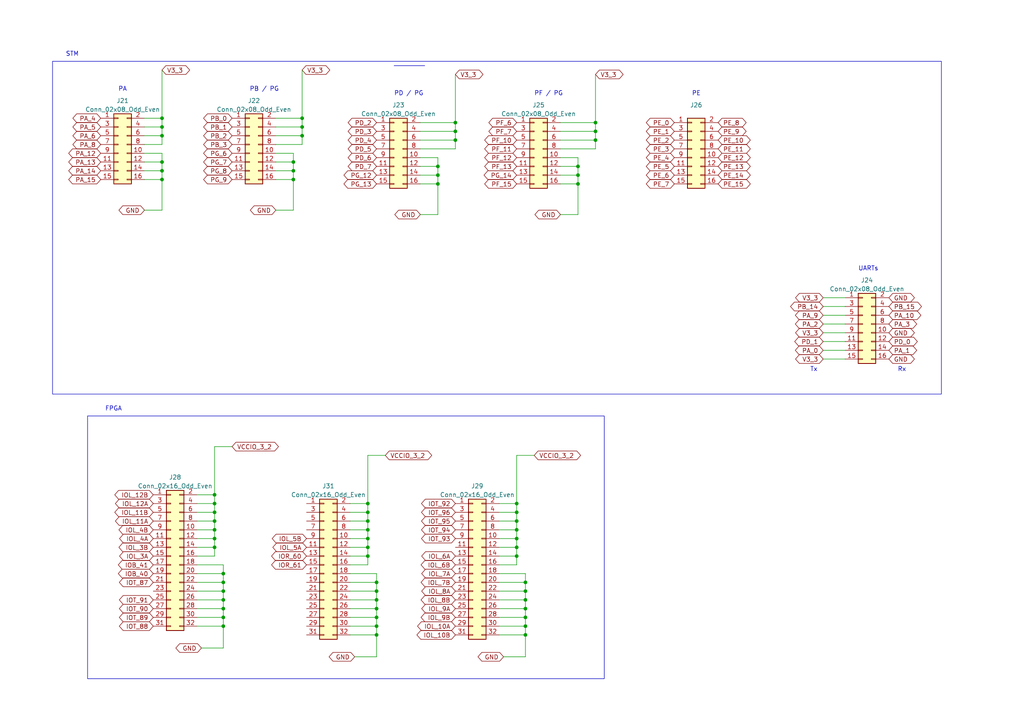
<source format=kicad_sch>
(kicad_sch (version 20230121) (generator eeschema)

  (uuid b83181a0-0d35-4241-a66b-ffeddefb2469)

  (paper "A4")

  (lib_symbols
    (symbol "Connector_Generic:Conn_02x08_Odd_Even" (pin_names (offset 1.016) hide) (in_bom yes) (on_board yes)
      (property "Reference" "J" (at 1.27 10.16 0)
        (effects (font (size 1.27 1.27)))
      )
      (property "Value" "Conn_02x08_Odd_Even" (at 1.27 -12.7 0)
        (effects (font (size 1.27 1.27)))
      )
      (property "Footprint" "" (at 0 0 0)
        (effects (font (size 1.27 1.27)) hide)
      )
      (property "Datasheet" "~" (at 0 0 0)
        (effects (font (size 1.27 1.27)) hide)
      )
      (property "ki_keywords" "connector" (at 0 0 0)
        (effects (font (size 1.27 1.27)) hide)
      )
      (property "ki_description" "Generic connector, double row, 02x08, odd/even pin numbering scheme (row 1 odd numbers, row 2 even numbers), script generated (kicad-library-utils/schlib/autogen/connector/)" (at 0 0 0)
        (effects (font (size 1.27 1.27)) hide)
      )
      (property "ki_fp_filters" "Connector*:*_2x??_*" (at 0 0 0)
        (effects (font (size 1.27 1.27)) hide)
      )
      (symbol "Conn_02x08_Odd_Even_1_1"
        (rectangle (start -1.27 -10.033) (end 0 -10.287)
          (stroke (width 0.1524) (type default))
          (fill (type none))
        )
        (rectangle (start -1.27 -7.493) (end 0 -7.747)
          (stroke (width 0.1524) (type default))
          (fill (type none))
        )
        (rectangle (start -1.27 -4.953) (end 0 -5.207)
          (stroke (width 0.1524) (type default))
          (fill (type none))
        )
        (rectangle (start -1.27 -2.413) (end 0 -2.667)
          (stroke (width 0.1524) (type default))
          (fill (type none))
        )
        (rectangle (start -1.27 0.127) (end 0 -0.127)
          (stroke (width 0.1524) (type default))
          (fill (type none))
        )
        (rectangle (start -1.27 2.667) (end 0 2.413)
          (stroke (width 0.1524) (type default))
          (fill (type none))
        )
        (rectangle (start -1.27 5.207) (end 0 4.953)
          (stroke (width 0.1524) (type default))
          (fill (type none))
        )
        (rectangle (start -1.27 7.747) (end 0 7.493)
          (stroke (width 0.1524) (type default))
          (fill (type none))
        )
        (rectangle (start -1.27 8.89) (end 3.81 -11.43)
          (stroke (width 0.254) (type default))
          (fill (type background))
        )
        (rectangle (start 3.81 -10.033) (end 2.54 -10.287)
          (stroke (width 0.1524) (type default))
          (fill (type none))
        )
        (rectangle (start 3.81 -7.493) (end 2.54 -7.747)
          (stroke (width 0.1524) (type default))
          (fill (type none))
        )
        (rectangle (start 3.81 -4.953) (end 2.54 -5.207)
          (stroke (width 0.1524) (type default))
          (fill (type none))
        )
        (rectangle (start 3.81 -2.413) (end 2.54 -2.667)
          (stroke (width 0.1524) (type default))
          (fill (type none))
        )
        (rectangle (start 3.81 0.127) (end 2.54 -0.127)
          (stroke (width 0.1524) (type default))
          (fill (type none))
        )
        (rectangle (start 3.81 2.667) (end 2.54 2.413)
          (stroke (width 0.1524) (type default))
          (fill (type none))
        )
        (rectangle (start 3.81 5.207) (end 2.54 4.953)
          (stroke (width 0.1524) (type default))
          (fill (type none))
        )
        (rectangle (start 3.81 7.747) (end 2.54 7.493)
          (stroke (width 0.1524) (type default))
          (fill (type none))
        )
        (pin passive line (at -5.08 7.62 0) (length 3.81)
          (name "Pin_1" (effects (font (size 1.27 1.27))))
          (number "1" (effects (font (size 1.27 1.27))))
        )
        (pin passive line (at 7.62 -2.54 180) (length 3.81)
          (name "Pin_10" (effects (font (size 1.27 1.27))))
          (number "10" (effects (font (size 1.27 1.27))))
        )
        (pin passive line (at -5.08 -5.08 0) (length 3.81)
          (name "Pin_11" (effects (font (size 1.27 1.27))))
          (number "11" (effects (font (size 1.27 1.27))))
        )
        (pin passive line (at 7.62 -5.08 180) (length 3.81)
          (name "Pin_12" (effects (font (size 1.27 1.27))))
          (number "12" (effects (font (size 1.27 1.27))))
        )
        (pin passive line (at -5.08 -7.62 0) (length 3.81)
          (name "Pin_13" (effects (font (size 1.27 1.27))))
          (number "13" (effects (font (size 1.27 1.27))))
        )
        (pin passive line (at 7.62 -7.62 180) (length 3.81)
          (name "Pin_14" (effects (font (size 1.27 1.27))))
          (number "14" (effects (font (size 1.27 1.27))))
        )
        (pin passive line (at -5.08 -10.16 0) (length 3.81)
          (name "Pin_15" (effects (font (size 1.27 1.27))))
          (number "15" (effects (font (size 1.27 1.27))))
        )
        (pin passive line (at 7.62 -10.16 180) (length 3.81)
          (name "Pin_16" (effects (font (size 1.27 1.27))))
          (number "16" (effects (font (size 1.27 1.27))))
        )
        (pin passive line (at 7.62 7.62 180) (length 3.81)
          (name "Pin_2" (effects (font (size 1.27 1.27))))
          (number "2" (effects (font (size 1.27 1.27))))
        )
        (pin passive line (at -5.08 5.08 0) (length 3.81)
          (name "Pin_3" (effects (font (size 1.27 1.27))))
          (number "3" (effects (font (size 1.27 1.27))))
        )
        (pin passive line (at 7.62 5.08 180) (length 3.81)
          (name "Pin_4" (effects (font (size 1.27 1.27))))
          (number "4" (effects (font (size 1.27 1.27))))
        )
        (pin passive line (at -5.08 2.54 0) (length 3.81)
          (name "Pin_5" (effects (font (size 1.27 1.27))))
          (number "5" (effects (font (size 1.27 1.27))))
        )
        (pin passive line (at 7.62 2.54 180) (length 3.81)
          (name "Pin_6" (effects (font (size 1.27 1.27))))
          (number "6" (effects (font (size 1.27 1.27))))
        )
        (pin passive line (at -5.08 0 0) (length 3.81)
          (name "Pin_7" (effects (font (size 1.27 1.27))))
          (number "7" (effects (font (size 1.27 1.27))))
        )
        (pin passive line (at 7.62 0 180) (length 3.81)
          (name "Pin_8" (effects (font (size 1.27 1.27))))
          (number "8" (effects (font (size 1.27 1.27))))
        )
        (pin passive line (at -5.08 -2.54 0) (length 3.81)
          (name "Pin_9" (effects (font (size 1.27 1.27))))
          (number "9" (effects (font (size 1.27 1.27))))
        )
      )
    )
    (symbol "Connector_Generic:Conn_02x16_Odd_Even" (pin_names (offset 1.016) hide) (in_bom yes) (on_board yes)
      (property "Reference" "J" (at 1.27 20.32 0)
        (effects (font (size 1.27 1.27)))
      )
      (property "Value" "Conn_02x16_Odd_Even" (at 1.27 -22.86 0)
        (effects (font (size 1.27 1.27)))
      )
      (property "Footprint" "" (at 0 0 0)
        (effects (font (size 1.27 1.27)) hide)
      )
      (property "Datasheet" "~" (at 0 0 0)
        (effects (font (size 1.27 1.27)) hide)
      )
      (property "ki_keywords" "connector" (at 0 0 0)
        (effects (font (size 1.27 1.27)) hide)
      )
      (property "ki_description" "Generic connector, double row, 02x16, odd/even pin numbering scheme (row 1 odd numbers, row 2 even numbers), script generated (kicad-library-utils/schlib/autogen/connector/)" (at 0 0 0)
        (effects (font (size 1.27 1.27)) hide)
      )
      (property "ki_fp_filters" "Connector*:*_2x??_*" (at 0 0 0)
        (effects (font (size 1.27 1.27)) hide)
      )
      (symbol "Conn_02x16_Odd_Even_1_1"
        (rectangle (start -1.27 -20.193) (end 0 -20.447)
          (stroke (width 0.1524) (type default))
          (fill (type none))
        )
        (rectangle (start -1.27 -17.653) (end 0 -17.907)
          (stroke (width 0.1524) (type default))
          (fill (type none))
        )
        (rectangle (start -1.27 -15.113) (end 0 -15.367)
          (stroke (width 0.1524) (type default))
          (fill (type none))
        )
        (rectangle (start -1.27 -12.573) (end 0 -12.827)
          (stroke (width 0.1524) (type default))
          (fill (type none))
        )
        (rectangle (start -1.27 -10.033) (end 0 -10.287)
          (stroke (width 0.1524) (type default))
          (fill (type none))
        )
        (rectangle (start -1.27 -7.493) (end 0 -7.747)
          (stroke (width 0.1524) (type default))
          (fill (type none))
        )
        (rectangle (start -1.27 -4.953) (end 0 -5.207)
          (stroke (width 0.1524) (type default))
          (fill (type none))
        )
        (rectangle (start -1.27 -2.413) (end 0 -2.667)
          (stroke (width 0.1524) (type default))
          (fill (type none))
        )
        (rectangle (start -1.27 0.127) (end 0 -0.127)
          (stroke (width 0.1524) (type default))
          (fill (type none))
        )
        (rectangle (start -1.27 2.667) (end 0 2.413)
          (stroke (width 0.1524) (type default))
          (fill (type none))
        )
        (rectangle (start -1.27 5.207) (end 0 4.953)
          (stroke (width 0.1524) (type default))
          (fill (type none))
        )
        (rectangle (start -1.27 7.747) (end 0 7.493)
          (stroke (width 0.1524) (type default))
          (fill (type none))
        )
        (rectangle (start -1.27 10.287) (end 0 10.033)
          (stroke (width 0.1524) (type default))
          (fill (type none))
        )
        (rectangle (start -1.27 12.827) (end 0 12.573)
          (stroke (width 0.1524) (type default))
          (fill (type none))
        )
        (rectangle (start -1.27 15.367) (end 0 15.113)
          (stroke (width 0.1524) (type default))
          (fill (type none))
        )
        (rectangle (start -1.27 17.907) (end 0 17.653)
          (stroke (width 0.1524) (type default))
          (fill (type none))
        )
        (rectangle (start -1.27 19.05) (end 3.81 -21.59)
          (stroke (width 0.254) (type default))
          (fill (type background))
        )
        (rectangle (start 3.81 -20.193) (end 2.54 -20.447)
          (stroke (width 0.1524) (type default))
          (fill (type none))
        )
        (rectangle (start 3.81 -17.653) (end 2.54 -17.907)
          (stroke (width 0.1524) (type default))
          (fill (type none))
        )
        (rectangle (start 3.81 -15.113) (end 2.54 -15.367)
          (stroke (width 0.1524) (type default))
          (fill (type none))
        )
        (rectangle (start 3.81 -12.573) (end 2.54 -12.827)
          (stroke (width 0.1524) (type default))
          (fill (type none))
        )
        (rectangle (start 3.81 -10.033) (end 2.54 -10.287)
          (stroke (width 0.1524) (type default))
          (fill (type none))
        )
        (rectangle (start 3.81 -7.493) (end 2.54 -7.747)
          (stroke (width 0.1524) (type default))
          (fill (type none))
        )
        (rectangle (start 3.81 -4.953) (end 2.54 -5.207)
          (stroke (width 0.1524) (type default))
          (fill (type none))
        )
        (rectangle (start 3.81 -2.413) (end 2.54 -2.667)
          (stroke (width 0.1524) (type default))
          (fill (type none))
        )
        (rectangle (start 3.81 0.127) (end 2.54 -0.127)
          (stroke (width 0.1524) (type default))
          (fill (type none))
        )
        (rectangle (start 3.81 2.667) (end 2.54 2.413)
          (stroke (width 0.1524) (type default))
          (fill (type none))
        )
        (rectangle (start 3.81 5.207) (end 2.54 4.953)
          (stroke (width 0.1524) (type default))
          (fill (type none))
        )
        (rectangle (start 3.81 7.747) (end 2.54 7.493)
          (stroke (width 0.1524) (type default))
          (fill (type none))
        )
        (rectangle (start 3.81 10.287) (end 2.54 10.033)
          (stroke (width 0.1524) (type default))
          (fill (type none))
        )
        (rectangle (start 3.81 12.827) (end 2.54 12.573)
          (stroke (width 0.1524) (type default))
          (fill (type none))
        )
        (rectangle (start 3.81 15.367) (end 2.54 15.113)
          (stroke (width 0.1524) (type default))
          (fill (type none))
        )
        (rectangle (start 3.81 17.907) (end 2.54 17.653)
          (stroke (width 0.1524) (type default))
          (fill (type none))
        )
        (pin passive line (at -5.08 17.78 0) (length 3.81)
          (name "Pin_1" (effects (font (size 1.27 1.27))))
          (number "1" (effects (font (size 1.27 1.27))))
        )
        (pin passive line (at 7.62 7.62 180) (length 3.81)
          (name "Pin_10" (effects (font (size 1.27 1.27))))
          (number "10" (effects (font (size 1.27 1.27))))
        )
        (pin passive line (at -5.08 5.08 0) (length 3.81)
          (name "Pin_11" (effects (font (size 1.27 1.27))))
          (number "11" (effects (font (size 1.27 1.27))))
        )
        (pin passive line (at 7.62 5.08 180) (length 3.81)
          (name "Pin_12" (effects (font (size 1.27 1.27))))
          (number "12" (effects (font (size 1.27 1.27))))
        )
        (pin passive line (at -5.08 2.54 0) (length 3.81)
          (name "Pin_13" (effects (font (size 1.27 1.27))))
          (number "13" (effects (font (size 1.27 1.27))))
        )
        (pin passive line (at 7.62 2.54 180) (length 3.81)
          (name "Pin_14" (effects (font (size 1.27 1.27))))
          (number "14" (effects (font (size 1.27 1.27))))
        )
        (pin passive line (at -5.08 0 0) (length 3.81)
          (name "Pin_15" (effects (font (size 1.27 1.27))))
          (number "15" (effects (font (size 1.27 1.27))))
        )
        (pin passive line (at 7.62 0 180) (length 3.81)
          (name "Pin_16" (effects (font (size 1.27 1.27))))
          (number "16" (effects (font (size 1.27 1.27))))
        )
        (pin passive line (at -5.08 -2.54 0) (length 3.81)
          (name "Pin_17" (effects (font (size 1.27 1.27))))
          (number "17" (effects (font (size 1.27 1.27))))
        )
        (pin passive line (at 7.62 -2.54 180) (length 3.81)
          (name "Pin_18" (effects (font (size 1.27 1.27))))
          (number "18" (effects (font (size 1.27 1.27))))
        )
        (pin passive line (at -5.08 -5.08 0) (length 3.81)
          (name "Pin_19" (effects (font (size 1.27 1.27))))
          (number "19" (effects (font (size 1.27 1.27))))
        )
        (pin passive line (at 7.62 17.78 180) (length 3.81)
          (name "Pin_2" (effects (font (size 1.27 1.27))))
          (number "2" (effects (font (size 1.27 1.27))))
        )
        (pin passive line (at 7.62 -5.08 180) (length 3.81)
          (name "Pin_20" (effects (font (size 1.27 1.27))))
          (number "20" (effects (font (size 1.27 1.27))))
        )
        (pin passive line (at -5.08 -7.62 0) (length 3.81)
          (name "Pin_21" (effects (font (size 1.27 1.27))))
          (number "21" (effects (font (size 1.27 1.27))))
        )
        (pin passive line (at 7.62 -7.62 180) (length 3.81)
          (name "Pin_22" (effects (font (size 1.27 1.27))))
          (number "22" (effects (font (size 1.27 1.27))))
        )
        (pin passive line (at -5.08 -10.16 0) (length 3.81)
          (name "Pin_23" (effects (font (size 1.27 1.27))))
          (number "23" (effects (font (size 1.27 1.27))))
        )
        (pin passive line (at 7.62 -10.16 180) (length 3.81)
          (name "Pin_24" (effects (font (size 1.27 1.27))))
          (number "24" (effects (font (size 1.27 1.27))))
        )
        (pin passive line (at -5.08 -12.7 0) (length 3.81)
          (name "Pin_25" (effects (font (size 1.27 1.27))))
          (number "25" (effects (font (size 1.27 1.27))))
        )
        (pin passive line (at 7.62 -12.7 180) (length 3.81)
          (name "Pin_26" (effects (font (size 1.27 1.27))))
          (number "26" (effects (font (size 1.27 1.27))))
        )
        (pin passive line (at -5.08 -15.24 0) (length 3.81)
          (name "Pin_27" (effects (font (size 1.27 1.27))))
          (number "27" (effects (font (size 1.27 1.27))))
        )
        (pin passive line (at 7.62 -15.24 180) (length 3.81)
          (name "Pin_28" (effects (font (size 1.27 1.27))))
          (number "28" (effects (font (size 1.27 1.27))))
        )
        (pin passive line (at -5.08 -17.78 0) (length 3.81)
          (name "Pin_29" (effects (font (size 1.27 1.27))))
          (number "29" (effects (font (size 1.27 1.27))))
        )
        (pin passive line (at -5.08 15.24 0) (length 3.81)
          (name "Pin_3" (effects (font (size 1.27 1.27))))
          (number "3" (effects (font (size 1.27 1.27))))
        )
        (pin passive line (at 7.62 -17.78 180) (length 3.81)
          (name "Pin_30" (effects (font (size 1.27 1.27))))
          (number "30" (effects (font (size 1.27 1.27))))
        )
        (pin passive line (at -5.08 -20.32 0) (length 3.81)
          (name "Pin_31" (effects (font (size 1.27 1.27))))
          (number "31" (effects (font (size 1.27 1.27))))
        )
        (pin passive line (at 7.62 -20.32 180) (length 3.81)
          (name "Pin_32" (effects (font (size 1.27 1.27))))
          (number "32" (effects (font (size 1.27 1.27))))
        )
        (pin passive line (at 7.62 15.24 180) (length 3.81)
          (name "Pin_4" (effects (font (size 1.27 1.27))))
          (number "4" (effects (font (size 1.27 1.27))))
        )
        (pin passive line (at -5.08 12.7 0) (length 3.81)
          (name "Pin_5" (effects (font (size 1.27 1.27))))
          (number "5" (effects (font (size 1.27 1.27))))
        )
        (pin passive line (at 7.62 12.7 180) (length 3.81)
          (name "Pin_6" (effects (font (size 1.27 1.27))))
          (number "6" (effects (font (size 1.27 1.27))))
        )
        (pin passive line (at -5.08 10.16 0) (length 3.81)
          (name "Pin_7" (effects (font (size 1.27 1.27))))
          (number "7" (effects (font (size 1.27 1.27))))
        )
        (pin passive line (at 7.62 10.16 180) (length 3.81)
          (name "Pin_8" (effects (font (size 1.27 1.27))))
          (number "8" (effects (font (size 1.27 1.27))))
        )
        (pin passive line (at -5.08 7.62 0) (length 3.81)
          (name "Pin_9" (effects (font (size 1.27 1.27))))
          (number "9" (effects (font (size 1.27 1.27))))
        )
      )
    )
  )


  (junction (at 149.86 161.29) (diameter 0) (color 0 0 0 0)
    (uuid 03c348fa-ad45-465f-889a-c0cbfba79bc1)
  )
  (junction (at 132.08 38.1) (diameter 0) (color 0 0 0 0)
    (uuid 090c55dc-e7f3-4bd8-9413-0853470de3f9)
  )
  (junction (at 127 50.8) (diameter 0) (color 0 0 0 0)
    (uuid 0a656b62-bdeb-4d1e-9c0d-cf1658747067)
  )
  (junction (at 106.68 148.59) (diameter 0) (color 0 0 0 0)
    (uuid 0a8de573-ccef-44f9-94fe-d31330bf84ff)
  )
  (junction (at 106.68 158.75) (diameter 0) (color 0 0 0 0)
    (uuid 0b06d121-bec0-4d33-a408-886868ae29c1)
  )
  (junction (at 62.23 143.51) (diameter 0) (color 0 0 0 0)
    (uuid 0b70d463-290e-484f-a971-f1251aacff95)
  )
  (junction (at 109.22 184.15) (diameter 0) (color 0 0 0 0)
    (uuid 0feccf11-ba8e-4699-a0d6-968aa258b364)
  )
  (junction (at 106.68 151.13) (diameter 0) (color 0 0 0 0)
    (uuid 16c1ba85-5d1b-4ec5-b866-bcbefc51ec7a)
  )
  (junction (at 149.86 156.21) (diameter 0) (color 0 0 0 0)
    (uuid 1763f765-3596-4e6a-bb59-21fa338a839a)
  )
  (junction (at 106.68 156.21) (diameter 0) (color 0 0 0 0)
    (uuid 1fe28163-eef0-4c72-adad-01eb0032a300)
  )
  (junction (at 152.4 181.61) (diameter 0) (color 0 0 0 0)
    (uuid 20d28b08-356b-4c2e-9fa1-fefed09d0e77)
  )
  (junction (at 64.77 166.37) (diameter 0) (color 0 0 0 0)
    (uuid 21be03ac-e016-4e6c-9507-e036408fc402)
  )
  (junction (at 64.77 181.61) (diameter 0) (color 0 0 0 0)
    (uuid 25744499-a8ae-4d79-9464-53eb555bbf88)
  )
  (junction (at 149.86 153.67) (diameter 0) (color 0 0 0 0)
    (uuid 26c5839f-a2d3-4ea4-bddc-7d47afc033c4)
  )
  (junction (at 152.4 179.07) (diameter 0) (color 0 0 0 0)
    (uuid 2cfa9826-a4c5-45e5-96be-bf4d067da0f6)
  )
  (junction (at 62.23 153.67) (diameter 0) (color 0 0 0 0)
    (uuid 2d152c4b-84ba-46cb-b710-c61b66f398fa)
  )
  (junction (at 172.72 38.1) (diameter 0) (color 0 0 0 0)
    (uuid 3251d674-a110-4d86-b9e4-59a4285b2c57)
  )
  (junction (at 132.08 35.56) (diameter 0) (color 0 0 0 0)
    (uuid 3497106c-94d4-47fa-884b-72d6f14f4603)
  )
  (junction (at 109.22 176.53) (diameter 0) (color 0 0 0 0)
    (uuid 354776e8-c235-43a5-b552-6f1dd695fbb3)
  )
  (junction (at 172.72 35.56) (diameter 0) (color 0 0 0 0)
    (uuid 36eb24a8-0f15-4229-83de-37c7236af566)
  )
  (junction (at 152.4 173.99) (diameter 0) (color 0 0 0 0)
    (uuid 3ff1b427-d6d6-4759-a1f4-6688e07e8940)
  )
  (junction (at 109.22 168.91) (diameter 0) (color 0 0 0 0)
    (uuid 41637c34-91fb-4587-b54b-9c2100c71a89)
  )
  (junction (at 46.99 34.29) (diameter 0) (color 0 0 0 0)
    (uuid 45851f60-cdc3-4c0f-bafa-112aa9b8c59d)
  )
  (junction (at 87.63 36.83) (diameter 0) (color 0 0 0 0)
    (uuid 49364c90-624c-473f-a231-10fd08b88cbe)
  )
  (junction (at 149.86 146.05) (diameter 0) (color 0 0 0 0)
    (uuid 4ddb393c-d6d8-4174-ada4-4d2c747fe774)
  )
  (junction (at 106.68 153.67) (diameter 0) (color 0 0 0 0)
    (uuid 4febafcc-fdf9-4ef9-b945-7cf46d89bee8)
  )
  (junction (at 149.86 148.59) (diameter 0) (color 0 0 0 0)
    (uuid 54c955da-5d7d-4220-b8ec-df7709c45f42)
  )
  (junction (at 46.99 36.83) (diameter 0) (color 0 0 0 0)
    (uuid 5654a017-9f25-4404-ae64-4239b532a817)
  )
  (junction (at 62.23 158.75) (diameter 0) (color 0 0 0 0)
    (uuid 56b8941a-b47b-43fe-ae0e-331129848d56)
  )
  (junction (at 127 53.34) (diameter 0) (color 0 0 0 0)
    (uuid 5fd59960-1c9b-4fbd-b0e6-847e1ea3b580)
  )
  (junction (at 85.09 49.53) (diameter 0) (color 0 0 0 0)
    (uuid 655904e5-bcf9-4e0f-9691-ec93030a8654)
  )
  (junction (at 152.4 171.45) (diameter 0) (color 0 0 0 0)
    (uuid 65a2e619-de84-487d-9e38-1271b4b44e02)
  )
  (junction (at 87.63 34.29) (diameter 0) (color 0 0 0 0)
    (uuid 67be0d1a-71f6-47a4-b5a9-0f7875af6c49)
  )
  (junction (at 152.4 168.91) (diameter 0) (color 0 0 0 0)
    (uuid 723abe42-fe3b-4b05-b8fb-99437df93881)
  )
  (junction (at 152.4 184.15) (diameter 0) (color 0 0 0 0)
    (uuid 74aa879b-7d33-4b5e-ac92-bd8efa4ded48)
  )
  (junction (at 62.23 156.21) (diameter 0) (color 0 0 0 0)
    (uuid 791988e4-a3f9-4136-a3f5-05e249a080b7)
  )
  (junction (at 64.77 173.99) (diameter 0) (color 0 0 0 0)
    (uuid 810fefb7-a8e9-403e-8f11-c029d47330fd)
  )
  (junction (at 46.99 46.99) (diameter 0) (color 0 0 0 0)
    (uuid 837e1afd-4950-4a4f-9ee4-8ee97a638541)
  )
  (junction (at 46.99 39.37) (diameter 0) (color 0 0 0 0)
    (uuid 8412f74f-eb29-4111-9a58-4d08068a0492)
  )
  (junction (at 167.64 53.34) (diameter 0) (color 0 0 0 0)
    (uuid 8825763b-d88a-4060-a581-5761faa3f0f1)
  )
  (junction (at 62.23 151.13) (diameter 0) (color 0 0 0 0)
    (uuid 893dabe1-afe9-4c45-a339-41da941f0f23)
  )
  (junction (at 167.64 48.26) (diameter 0) (color 0 0 0 0)
    (uuid 962cc4fc-47d6-42ca-98dd-2d7dc3cb96e2)
  )
  (junction (at 152.4 176.53) (diameter 0) (color 0 0 0 0)
    (uuid 9aa9d7c7-c2b2-42c4-b98f-63d073e6b935)
  )
  (junction (at 109.22 181.61) (diameter 0) (color 0 0 0 0)
    (uuid 9fd36b1c-2a00-4db4-920a-b097e5475770)
  )
  (junction (at 167.64 50.8) (diameter 0) (color 0 0 0 0)
    (uuid a627ec37-1a11-439f-9750-f8bf5ac675d0)
  )
  (junction (at 87.63 39.37) (diameter 0) (color 0 0 0 0)
    (uuid aa6d1e06-c9c3-4580-be2c-0bfaba887b21)
  )
  (junction (at 64.77 179.07) (diameter 0) (color 0 0 0 0)
    (uuid ae19a8ec-c1a7-4807-b662-2c0f9957daf1)
  )
  (junction (at 149.86 158.75) (diameter 0) (color 0 0 0 0)
    (uuid ae4bcddf-514c-4757-9c2c-6c207da92890)
  )
  (junction (at 106.68 146.05) (diameter 0) (color 0 0 0 0)
    (uuid aeed361a-1417-4c81-92a2-23b652461274)
  )
  (junction (at 46.99 52.07) (diameter 0) (color 0 0 0 0)
    (uuid aff93d8c-6075-430f-8495-296084ad1ce1)
  )
  (junction (at 85.09 52.07) (diameter 0) (color 0 0 0 0)
    (uuid b48f3623-1327-41ec-af9b-a2d2e3cdf504)
  )
  (junction (at 64.77 171.45) (diameter 0) (color 0 0 0 0)
    (uuid bbce01b2-023f-4506-b932-a75445c86181)
  )
  (junction (at 64.77 176.53) (diameter 0) (color 0 0 0 0)
    (uuid bdf0f1be-5fe0-4c7c-95b7-8155a73a1211)
  )
  (junction (at 62.23 148.59) (diameter 0) (color 0 0 0 0)
    (uuid c6224bfa-d0e3-423a-a1f1-29a1524c3ca9)
  )
  (junction (at 109.22 171.45) (diameter 0) (color 0 0 0 0)
    (uuid c71792e8-65ea-4df2-ba37-c2a3730d9fcf)
  )
  (junction (at 109.22 173.99) (diameter 0) (color 0 0 0 0)
    (uuid c95c4d98-37ca-4d5c-bc4a-e38af171c374)
  )
  (junction (at 132.08 40.64) (diameter 0) (color 0 0 0 0)
    (uuid cfb5823f-d836-47e5-8ce6-403c6be9c7fe)
  )
  (junction (at 46.99 49.53) (diameter 0) (color 0 0 0 0)
    (uuid d49ac664-0417-417c-b5a2-89ef1e0010d5)
  )
  (junction (at 149.86 151.13) (diameter 0) (color 0 0 0 0)
    (uuid ddd5f96d-035e-46e5-933a-c7502ee7536b)
  )
  (junction (at 62.23 146.05) (diameter 0) (color 0 0 0 0)
    (uuid e0222e8b-d086-4652-a51f-9de597fb1cf5)
  )
  (junction (at 127 48.26) (diameter 0) (color 0 0 0 0)
    (uuid e5e92f2e-0b2c-46c7-ae37-ed90f0e76d9e)
  )
  (junction (at 109.22 179.07) (diameter 0) (color 0 0 0 0)
    (uuid e78515ad-d321-440f-abd3-59abc5b4d883)
  )
  (junction (at 64.77 168.91) (diameter 0) (color 0 0 0 0)
    (uuid ede2882d-0351-400e-be7d-f54e80c59158)
  )
  (junction (at 106.68 161.29) (diameter 0) (color 0 0 0 0)
    (uuid f0cedc77-17ce-482a-adda-aad135082280)
  )
  (junction (at 172.72 40.64) (diameter 0) (color 0 0 0 0)
    (uuid f1bac57d-9b3f-4dab-8b6a-4a60418fe40d)
  )
  (junction (at 85.09 46.99) (diameter 0) (color 0 0 0 0)
    (uuid fdfe36d8-f685-4823-9239-b4ef10f8b97f)
  )

  (wire (pts (xy 57.15 148.59) (xy 62.23 148.59))
    (stroke (width 0) (type default))
    (uuid 001b9e2e-d62e-4a3a-b5e2-d7097888c2f8)
  )
  (wire (pts (xy 62.23 158.75) (xy 62.23 161.29))
    (stroke (width 0) (type default))
    (uuid 00f60651-8267-4104-a1f1-430cfb69d134)
  )
  (wire (pts (xy 149.86 132.08) (xy 149.86 146.05))
    (stroke (width 0) (type default))
    (uuid 0135fbcb-571a-4d6b-91a6-456be3b57e7f)
  )
  (wire (pts (xy 162.56 35.56) (xy 172.72 35.56))
    (stroke (width 0) (type default))
    (uuid 01773a18-40a1-44e8-859e-0ab1ada431f8)
  )
  (wire (pts (xy 80.01 36.83) (xy 87.63 36.83))
    (stroke (width 0) (type default))
    (uuid 05e18470-ee35-4f50-9e8e-db31a503f9e6)
  )
  (wire (pts (xy 46.99 60.96) (xy 46.99 52.07))
    (stroke (width 0) (type default))
    (uuid 0ace39e2-600c-4b22-bcc4-cf4246e7fa15)
  )
  (wire (pts (xy 64.77 173.99) (xy 64.77 171.45))
    (stroke (width 0) (type default))
    (uuid 0cb5c8e5-d7fc-40ae-93ce-01928eba2a64)
  )
  (wire (pts (xy 57.15 153.67) (xy 62.23 153.67))
    (stroke (width 0) (type default))
    (uuid 0e9ecc31-424f-4ef7-9f6d-9bdc23c94fec)
  )
  (wire (pts (xy 101.6 181.61) (xy 109.22 181.61))
    (stroke (width 0) (type default))
    (uuid 0f9f6983-3b6c-4484-a771-992db03710c7)
  )
  (wire (pts (xy 41.91 46.99) (xy 46.99 46.99))
    (stroke (width 0) (type default))
    (uuid 10165c1b-a89f-40d1-b418-bb74749802b1)
  )
  (wire (pts (xy 57.15 143.51) (xy 62.23 143.51))
    (stroke (width 0) (type default))
    (uuid 1061fff8-88c6-4ae1-95f2-6059594d33bd)
  )
  (wire (pts (xy 121.92 53.34) (xy 127 53.34))
    (stroke (width 0) (type default))
    (uuid 10b3ea41-23a8-4ce2-9e9d-03381cbf80f0)
  )
  (wire (pts (xy 62.23 161.29) (xy 57.15 161.29))
    (stroke (width 0) (type default))
    (uuid 135affbb-f0c3-41ea-80ff-0d01d22c2cdf)
  )
  (wire (pts (xy 80.01 46.99) (xy 85.09 46.99))
    (stroke (width 0) (type default))
    (uuid 138006b2-23cb-4eae-a0b7-2ffe0e3b4dc9)
  )
  (wire (pts (xy 57.15 166.37) (xy 64.77 166.37))
    (stroke (width 0) (type default))
    (uuid 17d209d6-b410-4839-9985-af8b631e800e)
  )
  (wire (pts (xy 238.76 86.36) (xy 245.11 86.36))
    (stroke (width 0) (type default))
    (uuid 197cba0e-7ac6-4a05-8383-e6d41bf2e123)
  )
  (wire (pts (xy 41.91 39.37) (xy 46.99 39.37))
    (stroke (width 0) (type default))
    (uuid 1ae809ff-bf49-4664-8478-e606a249d2d8)
  )
  (wire (pts (xy 80.01 52.07) (xy 85.09 52.07))
    (stroke (width 0) (type default))
    (uuid 1b067787-ef48-4a16-aeb8-ee75ada40198)
  )
  (wire (pts (xy 57.15 181.61) (xy 64.77 181.61))
    (stroke (width 0) (type default))
    (uuid 1d25d850-aa93-448f-9bb4-cb9b14faf837)
  )
  (wire (pts (xy 80.01 60.96) (xy 85.09 60.96))
    (stroke (width 0) (type default))
    (uuid 1dcab1fd-5bf0-4371-9d1a-e8644d21ab80)
  )
  (wire (pts (xy 101.6 158.75) (xy 106.68 158.75))
    (stroke (width 0) (type default))
    (uuid 1eeafb76-c13e-418c-b7db-c789764ffa9e)
  )
  (wire (pts (xy 144.78 151.13) (xy 149.86 151.13))
    (stroke (width 0) (type default))
    (uuid 200742d4-da0d-41d6-866c-7756cb3dafb5)
  )
  (wire (pts (xy 106.68 151.13) (xy 106.68 153.67))
    (stroke (width 0) (type default))
    (uuid 233a0999-46e0-4a85-9d53-1e34308ba994)
  )
  (wire (pts (xy 46.99 52.07) (xy 46.99 49.53))
    (stroke (width 0) (type default))
    (uuid 289600e5-ebdf-40ae-a69d-8288312cd500)
  )
  (wire (pts (xy 132.08 38.1) (xy 132.08 35.56))
    (stroke (width 0) (type default))
    (uuid 28ebb039-3c8b-4fbb-b66c-e03e8a977812)
  )
  (wire (pts (xy 46.99 34.29) (xy 46.99 36.83))
    (stroke (width 0) (type default))
    (uuid 2b47edb4-809d-4799-8b40-b46004dd6d41)
  )
  (wire (pts (xy 57.15 151.13) (xy 62.23 151.13))
    (stroke (width 0) (type default))
    (uuid 2c8405b6-3394-4d53-a954-6267de6634e0)
  )
  (wire (pts (xy 80.01 34.29) (xy 87.63 34.29))
    (stroke (width 0) (type default))
    (uuid 2de09e32-cfbb-48b2-bab3-03df90de12e4)
  )
  (wire (pts (xy 64.77 181.61) (xy 64.77 179.07))
    (stroke (width 0) (type default))
    (uuid 2ebae120-9ff5-437d-addf-8fd91634c642)
  )
  (wire (pts (xy 144.78 158.75) (xy 149.86 158.75))
    (stroke (width 0) (type default))
    (uuid 2f633583-de5f-465b-8d14-7de5a326c598)
  )
  (wire (pts (xy 144.78 176.53) (xy 152.4 176.53))
    (stroke (width 0) (type default))
    (uuid 2fb52666-0013-4816-a76d-bbf226210cca)
  )
  (wire (pts (xy 127 50.8) (xy 127 48.26))
    (stroke (width 0) (type default))
    (uuid 3051bac6-d6e4-4643-bd46-a7a801239f0f)
  )
  (wire (pts (xy 152.4 168.91) (xy 152.4 166.37))
    (stroke (width 0) (type default))
    (uuid 30c8d9bd-feb4-4620-9842-1a8d7a39cf98)
  )
  (wire (pts (xy 101.6 173.99) (xy 109.22 173.99))
    (stroke (width 0) (type default))
    (uuid 32128a4a-6211-4ec5-9fd3-920bc544bfb6)
  )
  (wire (pts (xy 111.76 132.08) (xy 106.68 132.08))
    (stroke (width 0) (type default))
    (uuid 367d4c24-fe49-440b-a174-13ee04a46f11)
  )
  (wire (pts (xy 101.6 153.67) (xy 106.68 153.67))
    (stroke (width 0) (type default))
    (uuid 36a70468-c105-4b7b-abfa-0d4dc369027f)
  )
  (wire (pts (xy 144.78 156.21) (xy 149.86 156.21))
    (stroke (width 0) (type default))
    (uuid 36e22cef-223c-49a0-b33f-637cfc8ce179)
  )
  (wire (pts (xy 46.99 44.45) (xy 41.91 44.45))
    (stroke (width 0) (type default))
    (uuid 371c27b7-0364-489a-963c-a505d9a30a5a)
  )
  (wire (pts (xy 162.56 43.18) (xy 172.72 43.18))
    (stroke (width 0) (type default))
    (uuid 3732b40f-1215-456e-b800-defadc2ced4d)
  )
  (wire (pts (xy 132.08 43.18) (xy 132.08 40.64))
    (stroke (width 0) (type default))
    (uuid 378b3cde-7bab-4d61-9dcb-266fe8931c41)
  )
  (wire (pts (xy 152.4 181.61) (xy 152.4 179.07))
    (stroke (width 0) (type default))
    (uuid 37ce3f87-69a5-4c6d-a557-4d033fbf8e3e)
  )
  (wire (pts (xy 41.91 41.91) (xy 46.99 41.91))
    (stroke (width 0) (type default))
    (uuid 3805b3fa-6673-4da3-9677-36d231664eb1)
  )
  (wire (pts (xy 149.86 161.29) (xy 149.86 163.83))
    (stroke (width 0) (type default))
    (uuid 3a1115c2-fc21-442c-929e-2526d307bf5a)
  )
  (wire (pts (xy 64.77 187.96) (xy 64.77 181.61))
    (stroke (width 0) (type default))
    (uuid 3c23f013-a592-4a82-a9f6-1c352de07fe9)
  )
  (wire (pts (xy 238.76 91.44) (xy 245.11 91.44))
    (stroke (width 0) (type default))
    (uuid 3c31b201-1da5-4363-8a7d-69f6a17132f0)
  )
  (wire (pts (xy 149.86 151.13) (xy 149.86 153.67))
    (stroke (width 0) (type default))
    (uuid 3d000fa0-8abb-4696-83cb-28e90d46baaa)
  )
  (wire (pts (xy 109.22 179.07) (xy 109.22 176.53))
    (stroke (width 0) (type default))
    (uuid 409f3a24-e1bb-46a0-9f81-88d86716e829)
  )
  (wire (pts (xy 172.72 40.64) (xy 172.72 38.1))
    (stroke (width 0) (type default))
    (uuid 42764669-19e0-4613-8484-66f9f9bace0e)
  )
  (wire (pts (xy 144.78 153.67) (xy 149.86 153.67))
    (stroke (width 0) (type default))
    (uuid 44d3f30b-6110-4aa3-a39e-9426a7bfe463)
  )
  (wire (pts (xy 162.56 62.23) (xy 167.64 62.23))
    (stroke (width 0) (type default))
    (uuid 4628ff96-1e67-4533-9aee-4382bae7f1aa)
  )
  (wire (pts (xy 62.23 129.54) (xy 62.23 143.51))
    (stroke (width 0) (type default))
    (uuid 47bb78e7-f034-4e2e-966a-c2a576b6f5bf)
  )
  (wire (pts (xy 132.08 21.59) (xy 132.08 35.56))
    (stroke (width 0) (type default))
    (uuid 48353cbf-7da3-4836-8e6d-fbf28b33eb9d)
  )
  (wire (pts (xy 57.15 168.91) (xy 64.77 168.91))
    (stroke (width 0) (type default))
    (uuid 4958ccc6-8e8b-4f0c-afb5-0ee31cf83c98)
  )
  (wire (pts (xy 41.91 49.53) (xy 46.99 49.53))
    (stroke (width 0) (type default))
    (uuid 4d3b89f9-4573-4401-8665-836df7706fe7)
  )
  (wire (pts (xy 106.68 158.75) (xy 106.68 161.29))
    (stroke (width 0) (type default))
    (uuid 4e03bb2d-5bb5-4f5c-b943-46bf40dff8a5)
  )
  (wire (pts (xy 64.77 168.91) (xy 64.77 166.37))
    (stroke (width 0) (type default))
    (uuid 4e1983f5-a4ab-449f-97d8-636ffc443235)
  )
  (wire (pts (xy 121.92 43.18) (xy 132.08 43.18))
    (stroke (width 0) (type default))
    (uuid 4fbdff2b-3908-4d1f-8ee9-49e74afea025)
  )
  (wire (pts (xy 132.08 40.64) (xy 132.08 38.1))
    (stroke (width 0) (type default))
    (uuid 5272fdfc-d540-4abc-9710-6d31fa167b2a)
  )
  (wire (pts (xy 62.23 151.13) (xy 62.23 153.67))
    (stroke (width 0) (type default))
    (uuid 5376521b-bd56-4639-8c10-158bb371df07)
  )
  (wire (pts (xy 58.42 187.96) (xy 64.77 187.96))
    (stroke (width 0) (type default))
    (uuid 54a907b9-5f75-4415-a683-87efe590186e)
  )
  (wire (pts (xy 121.92 38.1) (xy 132.08 38.1))
    (stroke (width 0) (type default))
    (uuid 579c3b98-fcad-446e-aba8-3aacd66dee64)
  )
  (wire (pts (xy 121.92 35.56) (xy 132.08 35.56))
    (stroke (width 0) (type default))
    (uuid 59f4468a-3eb0-4b02-81e2-58ea1e761aba)
  )
  (wire (pts (xy 101.6 148.59) (xy 106.68 148.59))
    (stroke (width 0) (type default))
    (uuid 5a351bb0-2705-4a9c-a4d2-5d3590280307)
  )
  (wire (pts (xy 238.76 101.6) (xy 245.11 101.6))
    (stroke (width 0) (type default))
    (uuid 5e44c169-429c-41ae-8b68-f403cfa3b176)
  )
  (wire (pts (xy 64.77 179.07) (xy 64.77 176.53))
    (stroke (width 0) (type default))
    (uuid 5ea0fd9c-4501-4e4d-ae0c-fe24623323f4)
  )
  (wire (pts (xy 62.23 146.05) (xy 62.23 148.59))
    (stroke (width 0) (type default))
    (uuid 60f23b51-d536-42e4-bcdd-4e896e7fccb7)
  )
  (wire (pts (xy 57.15 179.07) (xy 64.77 179.07))
    (stroke (width 0) (type default))
    (uuid 619995ed-3487-41b5-8be3-7ef25179a3d3)
  )
  (wire (pts (xy 64.77 163.83) (xy 57.15 163.83))
    (stroke (width 0) (type default))
    (uuid 61b6b430-80da-49fb-82d9-3a8c98361842)
  )
  (wire (pts (xy 80.01 49.53) (xy 85.09 49.53))
    (stroke (width 0) (type default))
    (uuid 61dbbfca-d163-46ab-b2f8-fcebb81214db)
  )
  (wire (pts (xy 109.22 176.53) (xy 109.22 173.99))
    (stroke (width 0) (type default))
    (uuid 620729f2-bcd5-4679-82eb-b62da5924c06)
  )
  (wire (pts (xy 152.4 184.15) (xy 152.4 181.61))
    (stroke (width 0) (type default))
    (uuid 6250d78d-68c4-4868-97e2-93e5007ed732)
  )
  (wire (pts (xy 149.86 146.05) (xy 149.86 148.59))
    (stroke (width 0) (type default))
    (uuid 629b4b97-d9da-422c-b9dc-3910b4a816f6)
  )
  (wire (pts (xy 238.76 99.06) (xy 245.11 99.06))
    (stroke (width 0) (type default))
    (uuid 652d532e-bae8-4450-b9a8-01469ac507ce)
  )
  (wire (pts (xy 85.09 46.99) (xy 85.09 44.45))
    (stroke (width 0) (type default))
    (uuid 6658c424-aa28-4066-a583-4efc84b61a52)
  )
  (wire (pts (xy 121.92 48.26) (xy 127 48.26))
    (stroke (width 0) (type default))
    (uuid 675bbe67-d4f9-4482-b33c-7155b7567f5d)
  )
  (wire (pts (xy 152.4 190.5) (xy 152.4 184.15))
    (stroke (width 0) (type default))
    (uuid 6c7ed297-0866-4dcb-b1fc-2fd353711df9)
  )
  (wire (pts (xy 80.01 39.37) (xy 87.63 39.37))
    (stroke (width 0) (type default))
    (uuid 6ce58b3a-36c4-410d-b3fa-1fe60ab40601)
  )
  (wire (pts (xy 238.76 88.9) (xy 245.11 88.9))
    (stroke (width 0) (type default))
    (uuid 6e8410ea-fae0-4301-9bf4-74ed7e4b3397)
  )
  (wire (pts (xy 127 48.26) (xy 127 45.72))
    (stroke (width 0) (type default))
    (uuid 6e9e4e5c-d890-43f0-b3d8-1a8db1af36e1)
  )
  (wire (pts (xy 144.78 146.05) (xy 149.86 146.05))
    (stroke (width 0) (type default))
    (uuid 6ef32e86-8c32-4a80-b4ce-aa26f10a43e7)
  )
  (wire (pts (xy 106.68 146.05) (xy 106.68 148.59))
    (stroke (width 0) (type default))
    (uuid 6f8def22-8c21-4585-b1b5-3917c587353c)
  )
  (wire (pts (xy 46.99 36.83) (xy 46.99 39.37))
    (stroke (width 0) (type default))
    (uuid 70e5546b-fd2e-456f-bb63-2476bf421320)
  )
  (wire (pts (xy 172.72 43.18) (xy 172.72 40.64))
    (stroke (width 0) (type default))
    (uuid 735f57fe-84b1-49ea-84f2-d4e872e6f87a)
  )
  (wire (pts (xy 101.6 171.45) (xy 109.22 171.45))
    (stroke (width 0) (type default))
    (uuid 75b7ae5c-0cd8-40f0-a3bf-24181cbf95c7)
  )
  (wire (pts (xy 101.6 176.53) (xy 109.22 176.53))
    (stroke (width 0) (type default))
    (uuid 762522a3-9723-4813-be87-38cf4b5a3ef9)
  )
  (wire (pts (xy 87.63 36.83) (xy 87.63 34.29))
    (stroke (width 0) (type default))
    (uuid 78c8a12a-9939-42fb-b907-259a6a10b64c)
  )
  (wire (pts (xy 62.23 156.21) (xy 62.23 158.75))
    (stroke (width 0) (type default))
    (uuid 78d416aa-9594-43e8-a49d-17b66f68be99)
  )
  (wire (pts (xy 106.68 156.21) (xy 106.68 158.75))
    (stroke (width 0) (type default))
    (uuid 7d15395e-feb7-4a89-851d-66ec5bdd1ea9)
  )
  (wire (pts (xy 146.05 190.5) (xy 152.4 190.5))
    (stroke (width 0) (type default))
    (uuid 7edc91b3-9b7a-4e81-a7ab-154e30514319)
  )
  (wire (pts (xy 152.4 171.45) (xy 152.4 168.91))
    (stroke (width 0) (type default))
    (uuid 7f127ccb-62a4-4d96-a713-50d0962ece43)
  )
  (wire (pts (xy 149.86 158.75) (xy 149.86 161.29))
    (stroke (width 0) (type default))
    (uuid 8002bcea-4818-4d18-8fdf-c0de14d0ebe2)
  )
  (wire (pts (xy 106.68 132.08) (xy 106.68 146.05))
    (stroke (width 0) (type default))
    (uuid 82da08be-35eb-4c36-a09d-bdb38590234e)
  )
  (wire (pts (xy 167.64 53.34) (xy 167.64 50.8))
    (stroke (width 0) (type default))
    (uuid 864b7d05-2a91-4263-8453-c6ebc7951f9b)
  )
  (wire (pts (xy 41.91 34.29) (xy 46.99 34.29))
    (stroke (width 0) (type default))
    (uuid 8c5fafe4-a3b7-4c19-98bc-12ff25f5f9e4)
  )
  (wire (pts (xy 144.78 173.99) (xy 152.4 173.99))
    (stroke (width 0) (type default))
    (uuid 8ed60fdb-73fd-46ed-9360-dc2faa27a42d)
  )
  (wire (pts (xy 144.78 179.07) (xy 152.4 179.07))
    (stroke (width 0) (type default))
    (uuid 8ef24e7b-117b-4155-a304-3c2a05b854cd)
  )
  (wire (pts (xy 144.78 181.61) (xy 152.4 181.61))
    (stroke (width 0) (type default))
    (uuid 9cac52a0-c45a-42e9-93cf-9ad96005a6ee)
  )
  (wire (pts (xy 238.76 96.52) (xy 245.11 96.52))
    (stroke (width 0) (type default))
    (uuid 9ceedb6b-d758-4b90-9e5d-de87b5bc49ab)
  )
  (wire (pts (xy 162.56 48.26) (xy 167.64 48.26))
    (stroke (width 0) (type default))
    (uuid 9d39d3c6-160a-49a2-a933-54ea6dcf276d)
  )
  (wire (pts (xy 46.99 20.32) (xy 46.99 34.29))
    (stroke (width 0) (type default))
    (uuid 9d81441e-3e05-4a4d-83d8-e1b1c49a1873)
  )
  (wire (pts (xy 87.63 41.91) (xy 87.63 39.37))
    (stroke (width 0) (type default))
    (uuid 9f06ba7f-d1f5-4607-9741-535554052577)
  )
  (wire (pts (xy 57.15 158.75) (xy 62.23 158.75))
    (stroke (width 0) (type default))
    (uuid 9f9804dc-271d-4947-8c50-8f5c257784ed)
  )
  (wire (pts (xy 101.6 156.21) (xy 106.68 156.21))
    (stroke (width 0) (type default))
    (uuid a002c479-ffff-42fd-9482-f841b8963fbd)
  )
  (wire (pts (xy 57.15 173.99) (xy 64.77 173.99))
    (stroke (width 0) (type default))
    (uuid a08c642b-d0b4-4d9d-b613-8c11c582fd0b)
  )
  (wire (pts (xy 106.68 148.59) (xy 106.68 151.13))
    (stroke (width 0) (type default))
    (uuid a2aec21e-546c-44d6-9cea-f9444a01b436)
  )
  (wire (pts (xy 87.63 20.32) (xy 87.63 34.29))
    (stroke (width 0) (type default))
    (uuid a6be8830-906b-4ffe-b734-db91c4fa8ae6)
  )
  (wire (pts (xy 106.68 161.29) (xy 106.68 163.83))
    (stroke (width 0) (type default))
    (uuid ad5e300e-3e13-40ad-b087-505b0a30e218)
  )
  (wire (pts (xy 85.09 44.45) (xy 80.01 44.45))
    (stroke (width 0) (type default))
    (uuid adbb5e5e-becc-41f9-8d61-8d36ccfd8d96)
  )
  (wire (pts (xy 109.22 190.5) (xy 109.22 184.15))
    (stroke (width 0) (type default))
    (uuid adf1c101-cac9-4e15-b7db-8ef8c896ffdd)
  )
  (wire (pts (xy 109.22 181.61) (xy 109.22 179.07))
    (stroke (width 0) (type default))
    (uuid ae075860-cdd4-46f7-a857-aae637adfab7)
  )
  (wire (pts (xy 162.56 40.64) (xy 172.72 40.64))
    (stroke (width 0) (type default))
    (uuid af10d904-ed66-48c4-9963-901b486d19e8)
  )
  (wire (pts (xy 102.87 190.5) (xy 109.22 190.5))
    (stroke (width 0) (type default))
    (uuid b0ac6e7d-cc54-4955-a924-daf83399d38a)
  )
  (wire (pts (xy 149.86 163.83) (xy 144.78 163.83))
    (stroke (width 0) (type default))
    (uuid b286dc69-33c6-4668-8cf7-fe83546ae0b1)
  )
  (wire (pts (xy 67.31 129.54) (xy 62.23 129.54))
    (stroke (width 0) (type default))
    (uuid b52cdb4d-f570-48fd-a5be-4733efec896d)
  )
  (wire (pts (xy 238.76 93.98) (xy 245.11 93.98))
    (stroke (width 0) (type default))
    (uuid bb65dc0c-a882-4b09-953c-9a35cd6a9221)
  )
  (wire (pts (xy 57.15 146.05) (xy 62.23 146.05))
    (stroke (width 0) (type default))
    (uuid bcaeaabc-8e0b-4e1a-b9c8-e19d6de180df)
  )
  (wire (pts (xy 62.23 153.67) (xy 62.23 156.21))
    (stroke (width 0) (type default))
    (uuid bcd6e04c-ee11-4984-80ab-6973920bf377)
  )
  (wire (pts (xy 144.78 184.15) (xy 152.4 184.15))
    (stroke (width 0) (type default))
    (uuid bd3c8fa4-aef9-4e33-ba90-21b101fdc384)
  )
  (wire (pts (xy 57.15 176.53) (xy 64.77 176.53))
    (stroke (width 0) (type default))
    (uuid bd9d5d34-df88-42ea-8743-ea22157ffe11)
  )
  (wire (pts (xy 109.22 168.91) (xy 109.22 166.37))
    (stroke (width 0) (type default))
    (uuid be5fc323-4ec9-4367-bf7c-42a3ff8c4449)
  )
  (wire (pts (xy 64.77 176.53) (xy 64.77 173.99))
    (stroke (width 0) (type default))
    (uuid c27f359f-5b2a-45ef-aa4b-712899ff57d8)
  )
  (wire (pts (xy 109.22 171.45) (xy 109.22 168.91))
    (stroke (width 0) (type default))
    (uuid c60ace05-29a8-4697-85f2-224219390828)
  )
  (wire (pts (xy 101.6 146.05) (xy 106.68 146.05))
    (stroke (width 0) (type default))
    (uuid c76070b0-22f7-4e39-8ba7-d22055f37c56)
  )
  (wire (pts (xy 162.56 53.34) (xy 167.64 53.34))
    (stroke (width 0) (type default))
    (uuid c8c4ab15-e395-4e9c-8d90-fe508c02a006)
  )
  (wire (pts (xy 109.22 166.37) (xy 101.6 166.37))
    (stroke (width 0) (type default))
    (uuid c8de6b84-aa84-481e-9486-a53b29de2565)
  )
  (wire (pts (xy 64.77 171.45) (xy 64.77 168.91))
    (stroke (width 0) (type default))
    (uuid cbf61f17-9b37-4249-8177-2ef5ed19977a)
  )
  (wire (pts (xy 144.78 148.59) (xy 149.86 148.59))
    (stroke (width 0) (type default))
    (uuid cc665fbd-808c-46e1-b635-b6f654d4d418)
  )
  (wire (pts (xy 121.92 62.23) (xy 127 62.23))
    (stroke (width 0) (type default))
    (uuid cc7f7a5a-634f-40f6-a594-49c06538681a)
  )
  (wire (pts (xy 109.22 184.15) (xy 109.22 181.61))
    (stroke (width 0) (type default))
    (uuid ce4c941a-5c3a-4d20-86f2-109579956a29)
  )
  (wire (pts (xy 152.4 176.53) (xy 152.4 173.99))
    (stroke (width 0) (type default))
    (uuid cedaca25-a764-4637-8a5b-4511c3500eaa)
  )
  (wire (pts (xy 144.78 161.29) (xy 149.86 161.29))
    (stroke (width 0) (type default))
    (uuid cedae2ca-23ad-4b9d-953f-bd3759cf2066)
  )
  (wire (pts (xy 106.68 153.67) (xy 106.68 156.21))
    (stroke (width 0) (type default))
    (uuid d0da3aa7-34a6-4a8a-a903-a7f49b0d96aa)
  )
  (wire (pts (xy 80.01 41.91) (xy 87.63 41.91))
    (stroke (width 0) (type default))
    (uuid d263ac67-7db4-4a86-bdb8-b5da1951c7f8)
  )
  (wire (pts (xy 41.91 52.07) (xy 46.99 52.07))
    (stroke (width 0) (type default))
    (uuid d29fd4d8-679b-435f-950c-c8db11dd38e0)
  )
  (wire (pts (xy 167.64 48.26) (xy 167.64 45.72))
    (stroke (width 0) (type default))
    (uuid d4841ee6-620a-4863-a0b9-aaf954e459ff)
  )
  (wire (pts (xy 167.64 45.72) (xy 162.56 45.72))
    (stroke (width 0) (type default))
    (uuid d6a1d6a4-79e3-4a5d-81c0-e4391f9ede04)
  )
  (wire (pts (xy 106.68 163.83) (xy 101.6 163.83))
    (stroke (width 0) (type default))
    (uuid d6c4c48d-8a4b-41a3-8af5-32faf6d0efb0)
  )
  (wire (pts (xy 162.56 38.1) (xy 172.72 38.1))
    (stroke (width 0) (type default))
    (uuid d73b41b7-5228-4314-9c2f-f771b4ac2141)
  )
  (wire (pts (xy 162.56 50.8) (xy 167.64 50.8))
    (stroke (width 0) (type default))
    (uuid d796c43c-2adc-4dc2-ad78-686faa921dd6)
  )
  (wire (pts (xy 144.78 171.45) (xy 152.4 171.45))
    (stroke (width 0) (type default))
    (uuid d850bf99-3be8-4465-98af-2fba7050c4e8)
  )
  (wire (pts (xy 101.6 184.15) (xy 109.22 184.15))
    (stroke (width 0) (type default))
    (uuid dbd7ff98-638c-496e-8f52-7dfbb692677e)
  )
  (wire (pts (xy 127 45.72) (xy 121.92 45.72))
    (stroke (width 0) (type default))
    (uuid dccfba6a-e0b0-4099-9be4-48a9e688b361)
  )
  (wire (pts (xy 121.92 40.64) (xy 132.08 40.64))
    (stroke (width 0) (type default))
    (uuid e03396dd-da8d-4d3e-866a-ad940b6652e2)
  )
  (wire (pts (xy 46.99 49.53) (xy 46.99 46.99))
    (stroke (width 0) (type default))
    (uuid e24142ce-bcbb-4150-8cea-ecfd5af1f1ee)
  )
  (wire (pts (xy 121.92 50.8) (xy 127 50.8))
    (stroke (width 0) (type default))
    (uuid e3f87bde-fb9d-4601-a04e-3a9d16dc66b1)
  )
  (wire (pts (xy 127 62.23) (xy 127 53.34))
    (stroke (width 0) (type default))
    (uuid e475c5d9-74f7-4b1c-9fcc-6539ecad013d)
  )
  (wire (pts (xy 64.77 166.37) (xy 64.77 163.83))
    (stroke (width 0) (type default))
    (uuid e5d57ed1-e4cc-4956-b2f6-c699693f223e)
  )
  (wire (pts (xy 149.86 156.21) (xy 149.86 158.75))
    (stroke (width 0) (type default))
    (uuid e6559600-81be-4a73-8443-63f805cfbf5f)
  )
  (wire (pts (xy 109.22 173.99) (xy 109.22 171.45))
    (stroke (width 0) (type default))
    (uuid e6693d45-df4c-4039-bfc9-4847ab537577)
  )
  (wire (pts (xy 152.4 166.37) (xy 144.78 166.37))
    (stroke (width 0) (type default))
    (uuid e81a37f9-de93-4163-9c50-efd7678d0fb7)
  )
  (wire (pts (xy 87.63 39.37) (xy 87.63 36.83))
    (stroke (width 0) (type default))
    (uuid e83f0606-e19e-4c68-8805-ac28d76408c4)
  )
  (wire (pts (xy 149.86 148.59) (xy 149.86 151.13))
    (stroke (width 0) (type default))
    (uuid e9c35c3f-4246-44e2-b945-353c1bdfcb77)
  )
  (wire (pts (xy 85.09 49.53) (xy 85.09 46.99))
    (stroke (width 0) (type default))
    (uuid eaca4709-5d1f-4ba7-9905-dc077759dede)
  )
  (wire (pts (xy 46.99 39.37) (xy 46.99 41.91))
    (stroke (width 0) (type default))
    (uuid eb04692e-274d-4fb8-b831-89c73ebc880f)
  )
  (wire (pts (xy 144.78 168.91) (xy 152.4 168.91))
    (stroke (width 0) (type default))
    (uuid eb7f1573-db18-4eea-bc8c-1c3e83eafc90)
  )
  (wire (pts (xy 85.09 52.07) (xy 85.09 49.53))
    (stroke (width 0) (type default))
    (uuid ebd52899-e0fa-4322-9732-2928837b67be)
  )
  (wire (pts (xy 152.4 173.99) (xy 152.4 171.45))
    (stroke (width 0) (type default))
    (uuid eda3de3b-8785-452e-bd41-b5703fd6974d)
  )
  (wire (pts (xy 101.6 179.07) (xy 109.22 179.07))
    (stroke (width 0) (type default))
    (uuid eda3df42-ba4e-47bd-8597-d4fc80bb75c3)
  )
  (wire (pts (xy 101.6 151.13) (xy 106.68 151.13))
    (stroke (width 0) (type default))
    (uuid eea3a51f-1706-4205-bc99-59fdb27f369d)
  )
  (wire (pts (xy 85.09 60.96) (xy 85.09 52.07))
    (stroke (width 0) (type default))
    (uuid ef65a53a-6bcd-4927-b975-e2068bcd1fb3)
  )
  (wire (pts (xy 149.86 153.67) (xy 149.86 156.21))
    (stroke (width 0) (type default))
    (uuid f09f08bf-a010-4322-9acd-7c60b03c2a3d)
  )
  (wire (pts (xy 101.6 161.29) (xy 106.68 161.29))
    (stroke (width 0) (type default))
    (uuid f181b524-8b2a-4a15-a39c-d00f007e6330)
  )
  (wire (pts (xy 101.6 168.91) (xy 109.22 168.91))
    (stroke (width 0) (type default))
    (uuid f34859e1-4439-4301-8fd3-f42d98205901)
  )
  (wire (pts (xy 127 53.34) (xy 127 50.8))
    (stroke (width 0) (type default))
    (uuid f42ec96a-033e-485f-8675-6e7cfc0e9d44)
  )
  (wire (pts (xy 62.23 148.59) (xy 62.23 151.13))
    (stroke (width 0) (type default))
    (uuid f588ef26-96fd-4cfc-8e56-958956004941)
  )
  (wire (pts (xy 46.99 46.99) (xy 46.99 44.45))
    (stroke (width 0) (type default))
    (uuid f5aac906-ea64-4041-9b90-b19349a7591d)
  )
  (wire (pts (xy 57.15 156.21) (xy 62.23 156.21))
    (stroke (width 0) (type default))
    (uuid f68f88d5-d040-4da5-9c76-bae4f39375f8)
  )
  (wire (pts (xy 172.72 38.1) (xy 172.72 35.56))
    (stroke (width 0) (type default))
    (uuid f69a5a8e-a3a8-417b-a853-a1571f634e7c)
  )
  (wire (pts (xy 172.72 21.59) (xy 172.72 35.56))
    (stroke (width 0) (type default))
    (uuid f760e641-7ce5-4892-80ac-80f85f87f41e)
  )
  (wire (pts (xy 57.15 171.45) (xy 64.77 171.45))
    (stroke (width 0) (type default))
    (uuid f8ede19b-b136-44b2-bf6e-d217df85e806)
  )
  (wire (pts (xy 167.64 62.23) (xy 167.64 53.34))
    (stroke (width 0) (type default))
    (uuid f9c82805-7ce1-442e-99f9-bfbbbf2bc307)
  )
  (wire (pts (xy 62.23 143.51) (xy 62.23 146.05))
    (stroke (width 0) (type default))
    (uuid fa1806ec-d7ab-4e1e-913f-53bdf61cb56c)
  )
  (wire (pts (xy 41.91 60.96) (xy 46.99 60.96))
    (stroke (width 0) (type default))
    (uuid fb5d5e6c-873f-40f3-839a-2da10aec942d)
  )
  (wire (pts (xy 154.94 132.08) (xy 149.86 132.08))
    (stroke (width 0) (type default))
    (uuid fc9fe17d-f041-497b-9a05-a5655f47a827)
  )
  (wire (pts (xy 41.91 36.83) (xy 46.99 36.83))
    (stroke (width 0) (type default))
    (uuid fd46d1ff-8733-40fe-b6c7-f4241b1a917b)
  )
  (wire (pts (xy 238.76 104.14) (xy 245.11 104.14))
    (stroke (width 0) (type default))
    (uuid fd610a46-1b28-423e-9b63-95b2708096ff)
  )
  (wire (pts (xy 167.64 50.8) (xy 167.64 48.26))
    (stroke (width 0) (type default))
    (uuid fdeadaa8-d586-4eae-ae0f-e6ddc21d1945)
  )
  (wire (pts (xy 152.4 179.07) (xy 152.4 176.53))
    (stroke (width 0) (type default))
    (uuid ff12ce42-c01d-45aa-8d7a-33b04efe3547)
  )

  (rectangle (start 114.3 19.05) (end 123.19 19.05)
    (stroke (width 0) (type default))
    (fill (type none))
    (uuid 58b2d7bb-1a63-4817-b986-13bac561886e)
  )
  (rectangle (start 25.4 120.65) (end 175.26 196.85)
    (stroke (width 0) (type default))
    (fill (type none))
    (uuid dd1d1eef-73ea-4236-9883-c808dbcf6328)
  )
  (rectangle (start 15.24 17.78) (end 273.05 114.3)
    (stroke (width 0) (type default))
    (fill (type none))
    (uuid fc3369eb-325e-43c8-8d65-ab3c8d31ad78)
  )

  (text "FPGA" (at 30.48 119.38 0)
    (effects (font (size 1.27 1.27)) (justify left bottom))
    (uuid 159fa289-4760-4c81-bd6d-dd8afd8bc662)
  )
  (text "Tx" (at 234.95 107.95 0)
    (effects (font (size 1.27 1.27)) (justify left bottom))
    (uuid 590d456c-e59b-4545-acb6-3ed57645048a)
  )
  (text "PE" (at 200.66 27.94 0)
    (effects (font (size 1.27 1.27)) (justify left bottom))
    (uuid 75dfb9ea-f06f-49ea-9248-f5184266fdd2)
  )
  (text "STM" (at 19.05 16.51 0)
    (effects (font (size 1.27 1.27)) (justify left bottom))
    (uuid 8793a38a-2c6f-4599-8125-e7befde11876)
  )
  (text "PB / PG" (at 72.39 26.67 0)
    (effects (font (size 1.27 1.27)) (justify left bottom))
    (uuid 8e3dad8c-1216-4f29-838c-aa2bb8b8e759)
  )
  (text "PA" (at 34.29 26.67 0)
    (effects (font (size 1.27 1.27)) (justify left bottom))
    (uuid 93e31982-16f5-4302-aeef-3bafb84001ae)
  )
  (text "UARTs" (at 248.92 78.74 0)
    (effects (font (size 1.27 1.27)) (justify left bottom))
    (uuid a562d18b-e332-4b6c-86da-fd5b0181e6b3)
  )
  (text "PD / PG" (at 114.3 27.94 0)
    (effects (font (size 1.27 1.27)) (justify left bottom))
    (uuid b4a5b0b5-4535-42d0-acbc-cbad3e4ccba4)
  )
  (text "Rx" (at 260.35 107.95 0)
    (effects (font (size 1.27 1.27)) (justify left bottom))
    (uuid d05dcc27-4719-4336-9644-6440ad7d19ee)
  )
  (text "PF / PG" (at 154.94 27.94 0)
    (effects (font (size 1.27 1.27)) (justify left bottom))
    (uuid dcc69ee0-fd17-485a-9be8-93e0b386fefe)
  )

  (global_label "IOL_5A" (shape bidirectional) (at 88.9 158.75 180) (fields_autoplaced)
    (effects (font (size 1.27 1.27)) (justify right))
    (uuid 00fd8321-c438-4c4e-870e-39d03aa066ce)
    (property "Intersheetrefs" "${INTERSHEET_REFS}" (at 78.6538 158.75 0)
      (effects (font (size 1.27 1.27)) (justify right) hide)
    )
  )
  (global_label "PA_2" (shape bidirectional) (at 238.76 93.98 180) (fields_autoplaced)
    (effects (font (size 1.27 1.27)) (justify right))
    (uuid 0162ba48-aa96-4aee-8039-49b4e0ad721e)
    (property "Intersheetrefs" "${INTERSHEET_REFS}" (at 230.2072 93.98 0)
      (effects (font (size 1.27 1.27)) (justify right) hide)
    )
  )
  (global_label "IOL_6B" (shape bidirectional) (at 132.08 163.83 180) (fields_autoplaced)
    (effects (font (size 1.27 1.27)) (justify right))
    (uuid 0186fbf4-ee91-44d0-a284-3c0559d5b67a)
    (property "Intersheetrefs" "${INTERSHEET_REFS}" (at 121.6524 163.83 0)
      (effects (font (size 1.27 1.27)) (justify right) hide)
    )
  )
  (global_label "PA_12" (shape bidirectional) (at 29.21 44.45 180) (fields_autoplaced)
    (effects (font (size 1.27 1.27)) (justify right))
    (uuid 05376b86-e0a5-4b86-ab6a-808cea55ee63)
    (property "Intersheetrefs" "${INTERSHEET_REFS}" (at 19.4477 44.45 0)
      (effects (font (size 1.27 1.27)) (justify right) hide)
    )
  )
  (global_label "PE_0" (shape bidirectional) (at 195.58 35.56 180) (fields_autoplaced)
    (effects (font (size 1.27 1.27)) (justify right))
    (uuid 0a39e2c8-245a-4bbb-8a01-b1fd5937fc57)
    (property "Intersheetrefs" "${INTERSHEET_REFS}" (at 186.9668 35.56 0)
      (effects (font (size 1.27 1.27)) (justify right) hide)
    )
  )
  (global_label "PB_1" (shape bidirectional) (at 67.31 36.83 180) (fields_autoplaced)
    (effects (font (size 1.27 1.27)) (justify right))
    (uuid 0c4822aa-5c37-45af-b6fd-6e74ecb0b5f0)
    (property "Intersheetrefs" "${INTERSHEET_REFS}" (at 58.5758 36.83 0)
      (effects (font (size 1.27 1.27)) (justify right) hide)
    )
  )
  (global_label "GND" (shape bidirectional) (at 257.81 104.14 0) (fields_autoplaced)
    (effects (font (size 1.27 1.27)) (justify left))
    (uuid 0d602a59-fb7c-4f48-929c-4c7377c196eb)
    (property "Intersheetrefs" "${INTERSHEET_REFS}" (at 265.6976 104.14 0)
      (effects (font (size 1.27 1.27)) (justify left) hide)
    )
  )
  (global_label "IOL_10B" (shape bidirectional) (at 132.08 184.15 180) (fields_autoplaced)
    (effects (font (size 1.27 1.27)) (justify right))
    (uuid 0ddde0f2-6c1b-4ceb-8df3-809767b474ce)
    (property "Intersheetrefs" "${INTERSHEET_REFS}" (at 120.4429 184.15 0)
      (effects (font (size 1.27 1.27)) (justify right) hide)
    )
  )
  (global_label "PA_0" (shape bidirectional) (at 238.76 101.6 180) (fields_autoplaced)
    (effects (font (size 1.27 1.27)) (justify right))
    (uuid 0e3e9251-07d5-44c8-8e27-1f05eb8968d6)
    (property "Intersheetrefs" "${INTERSHEET_REFS}" (at 230.2072 101.6 0)
      (effects (font (size 1.27 1.27)) (justify right) hide)
    )
  )
  (global_label "GND" (shape bidirectional) (at 162.56 62.23 180) (fields_autoplaced)
    (effects (font (size 1.27 1.27)) (justify right))
    (uuid 0f926ecc-fda6-42ea-95d0-26b39395da76)
    (property "Intersheetrefs" "${INTERSHEET_REFS}" (at 154.6724 62.23 0)
      (effects (font (size 1.27 1.27)) (justify right) hide)
    )
  )
  (global_label "PE_6" (shape bidirectional) (at 195.58 50.8 180) (fields_autoplaced)
    (effects (font (size 1.27 1.27)) (justify right))
    (uuid 131fd062-a371-479b-9cfb-6a6ce8a2e3bf)
    (property "Intersheetrefs" "${INTERSHEET_REFS}" (at 186.9668 50.8 0)
      (effects (font (size 1.27 1.27)) (justify right) hide)
    )
  )
  (global_label "PA_6" (shape bidirectional) (at 29.21 39.37 180) (fields_autoplaced)
    (effects (font (size 1.27 1.27)) (justify right))
    (uuid 1615e8ed-340e-4c89-85ea-f1e71f04ecf5)
    (property "Intersheetrefs" "${INTERSHEET_REFS}" (at 20.6572 39.37 0)
      (effects (font (size 1.27 1.27)) (justify right) hide)
    )
  )
  (global_label "PB_0" (shape bidirectional) (at 67.31 34.29 180) (fields_autoplaced)
    (effects (font (size 1.27 1.27)) (justify right))
    (uuid 1659b6d6-35ff-4b04-9662-9fcf97072d5e)
    (property "Intersheetrefs" "${INTERSHEET_REFS}" (at 58.5758 34.29 0)
      (effects (font (size 1.27 1.27)) (justify right) hide)
    )
  )
  (global_label "PA_13" (shape bidirectional) (at 29.21 46.99 180) (fields_autoplaced)
    (effects (font (size 1.27 1.27)) (justify right))
    (uuid 17ce274b-59ba-4d23-b262-ca9dd8e1adbc)
    (property "Intersheetrefs" "${INTERSHEET_REFS}" (at 19.4477 46.99 0)
      (effects (font (size 1.27 1.27)) (justify right) hide)
    )
  )
  (global_label "IOL_4A" (shape bidirectional) (at 44.45 156.21 180) (fields_autoplaced)
    (effects (font (size 1.27 1.27)) (justify right))
    (uuid 1a0b6faf-508e-4eed-92bf-4e5ac8cd0996)
    (property "Intersheetrefs" "${INTERSHEET_REFS}" (at 34.2038 156.21 0)
      (effects (font (size 1.27 1.27)) (justify right) hide)
    )
  )
  (global_label "IOL_9B" (shape bidirectional) (at 132.08 179.07 180) (fields_autoplaced)
    (effects (font (size 1.27 1.27)) (justify right))
    (uuid 1ab300ab-e0a7-4f7e-88fc-13998debb183)
    (property "Intersheetrefs" "${INTERSHEET_REFS}" (at 121.6524 179.07 0)
      (effects (font (size 1.27 1.27)) (justify right) hide)
    )
  )
  (global_label "PG_13" (shape bidirectional) (at 109.22 53.34 180) (fields_autoplaced)
    (effects (font (size 1.27 1.27)) (justify right))
    (uuid 1cef270d-76ff-442b-95a4-6d22189a9f5d)
    (property "Intersheetrefs" "${INTERSHEET_REFS}" (at 99.2763 53.34 0)
      (effects (font (size 1.27 1.27)) (justify right) hide)
    )
  )
  (global_label "IOR_61" (shape bidirectional) (at 88.9 163.83 180) (fields_autoplaced)
    (effects (font (size 1.27 1.27)) (justify right))
    (uuid 1f6a053f-fbad-42e6-876b-37e9a2a2f21f)
    (property "Intersheetrefs" "${INTERSHEET_REFS}" (at 78.291 163.83 0)
      (effects (font (size 1.27 1.27)) (justify right) hide)
    )
  )
  (global_label "PD_3" (shape bidirectional) (at 109.22 38.1 180) (fields_autoplaced)
    (effects (font (size 1.27 1.27)) (justify right))
    (uuid 20c254c2-d5e0-41af-bb5f-0b76b1b164d9)
    (property "Intersheetrefs" "${INTERSHEET_REFS}" (at 100.4858 38.1 0)
      (effects (font (size 1.27 1.27)) (justify right) hide)
    )
  )
  (global_label "PF_12" (shape bidirectional) (at 149.86 45.72 180) (fields_autoplaced)
    (effects (font (size 1.27 1.27)) (justify right))
    (uuid 22964b97-ec3c-41ef-a5e4-deebefdc153e)
    (property "Intersheetrefs" "${INTERSHEET_REFS}" (at 140.0977 45.72 0)
      (effects (font (size 1.27 1.27)) (justify right) hide)
    )
  )
  (global_label "PA_15" (shape bidirectional) (at 29.21 52.07 180) (fields_autoplaced)
    (effects (font (size 1.27 1.27)) (justify right))
    (uuid 23cab37b-e053-4e40-8dab-936acc0f0c67)
    (property "Intersheetrefs" "${INTERSHEET_REFS}" (at 19.4477 52.07 0)
      (effects (font (size 1.27 1.27)) (justify right) hide)
    )
  )
  (global_label "IOB_40" (shape bidirectional) (at 44.45 166.37 180) (fields_autoplaced)
    (effects (font (size 1.27 1.27)) (justify right))
    (uuid 2434cb5a-bdea-4301-b0c0-13fb6328344b)
    (property "Intersheetrefs" "${INTERSHEET_REFS}" (at 33.841 166.37 0)
      (effects (font (size 1.27 1.27)) (justify right) hide)
    )
  )
  (global_label "PA_5" (shape bidirectional) (at 29.21 36.83 180) (fields_autoplaced)
    (effects (font (size 1.27 1.27)) (justify right))
    (uuid 2d3e8ac9-b536-40f7-a427-1ef425472f96)
    (property "Intersheetrefs" "${INTERSHEET_REFS}" (at 20.6572 36.83 0)
      (effects (font (size 1.27 1.27)) (justify right) hide)
    )
  )
  (global_label "GND" (shape bidirectional) (at 58.42 187.96 180) (fields_autoplaced)
    (effects (font (size 1.27 1.27)) (justify right))
    (uuid 309b878a-e04c-4f14-8c0f-5fee351ad4a9)
    (property "Intersheetrefs" "${INTERSHEET_REFS}" (at 50.5324 187.96 0)
      (effects (font (size 1.27 1.27)) (justify right) hide)
    )
  )
  (global_label "IOT_96" (shape bidirectional) (at 132.08 148.59 180) (fields_autoplaced)
    (effects (font (size 1.27 1.27)) (justify right))
    (uuid 3265af72-722b-4c66-a779-af81874d8eb5)
    (property "Intersheetrefs" "${INTERSHEET_REFS}" (at 121.7734 148.59 0)
      (effects (font (size 1.27 1.27)) (justify right) hide)
    )
  )
  (global_label "IOT_88" (shape bidirectional) (at 44.45 181.61 180) (fields_autoplaced)
    (effects (font (size 1.27 1.27)) (justify right))
    (uuid 3441fe41-6dbb-4cca-9a26-5576705762ca)
    (property "Intersheetrefs" "${INTERSHEET_REFS}" (at 34.1434 181.61 0)
      (effects (font (size 1.27 1.27)) (justify right) hide)
    )
  )
  (global_label "PG_14" (shape bidirectional) (at 149.86 50.8 180) (fields_autoplaced)
    (effects (font (size 1.27 1.27)) (justify right))
    (uuid 385098db-7d54-4811-8cc6-991e6876c9df)
    (property "Intersheetrefs" "${INTERSHEET_REFS}" (at 139.9163 50.8 0)
      (effects (font (size 1.27 1.27)) (justify right) hide)
    )
  )
  (global_label "PD_6" (shape bidirectional) (at 109.22 45.72 180) (fields_autoplaced)
    (effects (font (size 1.27 1.27)) (justify right))
    (uuid 3a95b2c8-8fb9-4bb1-b791-cd74844497b3)
    (property "Intersheetrefs" "${INTERSHEET_REFS}" (at 100.4858 45.72 0)
      (effects (font (size 1.27 1.27)) (justify right) hide)
    )
  )
  (global_label "PD_0" (shape bidirectional) (at 257.81 99.06 0) (fields_autoplaced)
    (effects (font (size 1.27 1.27)) (justify left))
    (uuid 3ebdc761-c89c-4093-aa33-01eb2d1ce2a2)
    (property "Intersheetrefs" "${INTERSHEET_REFS}" (at 266.5442 99.06 0)
      (effects (font (size 1.27 1.27)) (justify left) hide)
    )
  )
  (global_label "IOL_6A" (shape bidirectional) (at 132.08 161.29 180) (fields_autoplaced)
    (effects (font (size 1.27 1.27)) (justify right))
    (uuid 4103548a-844f-47ea-b02a-2639bf225be4)
    (property "Intersheetrefs" "${INTERSHEET_REFS}" (at 121.8338 161.29 0)
      (effects (font (size 1.27 1.27)) (justify right) hide)
    )
  )
  (global_label "IOL_4B" (shape bidirectional) (at 44.45 153.67 180) (fields_autoplaced)
    (effects (font (size 1.27 1.27)) (justify right))
    (uuid 44fff9c1-ef33-4a6e-a4a9-c4fcb7df8c5c)
    (property "Intersheetrefs" "${INTERSHEET_REFS}" (at 34.0224 153.67 0)
      (effects (font (size 1.27 1.27)) (justify right) hide)
    )
  )
  (global_label "PF_10" (shape bidirectional) (at 149.86 40.64 180) (fields_autoplaced)
    (effects (font (size 1.27 1.27)) (justify right))
    (uuid 47b063be-27c6-4837-b60b-30caedbcba5a)
    (property "Intersheetrefs" "${INTERSHEET_REFS}" (at 140.0977 40.64 0)
      (effects (font (size 1.27 1.27)) (justify right) hide)
    )
  )
  (global_label "PE_1" (shape bidirectional) (at 195.58 38.1 180) (fields_autoplaced)
    (effects (font (size 1.27 1.27)) (justify right))
    (uuid 495b5af6-deac-4636-975e-97709db93c32)
    (property "Intersheetrefs" "${INTERSHEET_REFS}" (at 186.9668 38.1 0)
      (effects (font (size 1.27 1.27)) (justify right) hide)
    )
  )
  (global_label "IOT_94" (shape bidirectional) (at 132.08 153.67 180) (fields_autoplaced)
    (effects (font (size 1.27 1.27)) (justify right))
    (uuid 4f487e8b-c104-4a17-9eb3-56ef12b3789d)
    (property "Intersheetrefs" "${INTERSHEET_REFS}" (at 121.7734 153.67 0)
      (effects (font (size 1.27 1.27)) (justify right) hide)
    )
  )
  (global_label "IOL_10A" (shape bidirectional) (at 132.08 181.61 180) (fields_autoplaced)
    (effects (font (size 1.27 1.27)) (justify right))
    (uuid 511489be-e70d-404a-8a73-e3d851bb2cc2)
    (property "Intersheetrefs" "${INTERSHEET_REFS}" (at 120.6243 181.61 0)
      (effects (font (size 1.27 1.27)) (justify right) hide)
    )
  )
  (global_label "IOL_5B" (shape bidirectional) (at 88.9 156.21 180) (fields_autoplaced)
    (effects (font (size 1.27 1.27)) (justify right))
    (uuid 5570abfd-f82a-4f64-b508-2ea0cbb5c95e)
    (property "Intersheetrefs" "${INTERSHEET_REFS}" (at 78.4724 156.21 0)
      (effects (font (size 1.27 1.27)) (justify right) hide)
    )
  )
  (global_label "PD_7" (shape bidirectional) (at 109.22 48.26 180) (fields_autoplaced)
    (effects (font (size 1.27 1.27)) (justify right))
    (uuid 55e75a7c-b3d1-47e3-82b8-30b04d23364e)
    (property "Intersheetrefs" "${INTERSHEET_REFS}" (at 100.4858 48.26 0)
      (effects (font (size 1.27 1.27)) (justify right) hide)
    )
  )
  (global_label "PF_11" (shape bidirectional) (at 149.86 43.18 180) (fields_autoplaced)
    (effects (font (size 1.27 1.27)) (justify right))
    (uuid 56c257fc-f9b3-44ae-b562-a645f48b7b73)
    (property "Intersheetrefs" "${INTERSHEET_REFS}" (at 140.0977 43.18 0)
      (effects (font (size 1.27 1.27)) (justify right) hide)
    )
  )
  (global_label "PD_1" (shape bidirectional) (at 238.76 99.06 180) (fields_autoplaced)
    (effects (font (size 1.27 1.27)) (justify right))
    (uuid 5af43295-47ee-49e3-b838-9fd60e62033b)
    (property "Intersheetrefs" "${INTERSHEET_REFS}" (at 230.0258 99.06 0)
      (effects (font (size 1.27 1.27)) (justify right) hide)
    )
  )
  (global_label "IOL_7B" (shape bidirectional) (at 132.08 168.91 180) (fields_autoplaced)
    (effects (font (size 1.27 1.27)) (justify right))
    (uuid 5b4bcab0-fa59-4a1e-a1ce-ed0895cb89cb)
    (property "Intersheetrefs" "${INTERSHEET_REFS}" (at 121.6524 168.91 0)
      (effects (font (size 1.27 1.27)) (justify right) hide)
    )
  )
  (global_label "V3_3" (shape bidirectional) (at 238.76 86.36 180) (fields_autoplaced)
    (effects (font (size 1.27 1.27)) (justify right))
    (uuid 5ee0c1d2-b4b5-4ac2-a8bb-b500c258f6b6)
    (property "Intersheetrefs" "${INTERSHEET_REFS}" (at 230.2677 86.36 0)
      (effects (font (size 1.27 1.27)) (justify right) hide)
    )
  )
  (global_label "PG_6" (shape bidirectional) (at 67.31 44.45 180) (fields_autoplaced)
    (effects (font (size 1.27 1.27)) (justify right))
    (uuid 61326f2d-c31b-4c4c-8807-5f0deb7975c8)
    (property "Intersheetrefs" "${INTERSHEET_REFS}" (at 58.5758 44.45 0)
      (effects (font (size 1.27 1.27)) (justify right) hide)
    )
  )
  (global_label "IOB_41" (shape bidirectional) (at 44.45 163.83 180) (fields_autoplaced)
    (effects (font (size 1.27 1.27)) (justify right))
    (uuid 62861d26-7441-4a4a-9519-a7be93a37768)
    (property "Intersheetrefs" "${INTERSHEET_REFS}" (at 33.841 163.83 0)
      (effects (font (size 1.27 1.27)) (justify right) hide)
    )
  )
  (global_label "VCCIO_3_2" (shape bidirectional) (at 111.76 132.08 0) (fields_autoplaced)
    (effects (font (size 1.27 1.27)) (justify left))
    (uuid 670dc8bf-cfff-4a7f-a3d6-7f3cde9aa729)
    (property "Intersheetrefs" "${INTERSHEET_REFS}" (at 125.6952 132.08 0)
      (effects (font (size 1.27 1.27)) (justify left) hide)
    )
  )
  (global_label "IOT_91" (shape bidirectional) (at 44.45 173.99 180) (fields_autoplaced)
    (effects (font (size 1.27 1.27)) (justify right))
    (uuid 682ee80e-1d37-4c10-b9c9-3f81aeb99991)
    (property "Intersheetrefs" "${INTERSHEET_REFS}" (at 34.1434 173.99 0)
      (effects (font (size 1.27 1.27)) (justify right) hide)
    )
  )
  (global_label "IOT_95" (shape bidirectional) (at 132.08 151.13 180) (fields_autoplaced)
    (effects (font (size 1.27 1.27)) (justify right))
    (uuid 69bc10eb-595c-46e7-b61b-f3e4931129b3)
    (property "Intersheetrefs" "${INTERSHEET_REFS}" (at 121.7734 151.13 0)
      (effects (font (size 1.27 1.27)) (justify right) hide)
    )
  )
  (global_label "IOL_3B" (shape bidirectional) (at 44.45 158.75 180) (fields_autoplaced)
    (effects (font (size 1.27 1.27)) (justify right))
    (uuid 69fe03ad-5531-4935-b7bd-13613d7058fe)
    (property "Intersheetrefs" "${INTERSHEET_REFS}" (at 34.0224 158.75 0)
      (effects (font (size 1.27 1.27)) (justify right) hide)
    )
  )
  (global_label "PE_11" (shape bidirectional) (at 208.28 43.18 0) (fields_autoplaced)
    (effects (font (size 1.27 1.27)) (justify left))
    (uuid 6af29d3c-8bff-4926-8e9f-5b86061afc8f)
    (property "Intersheetrefs" "${INTERSHEET_REFS}" (at 216.8932 43.18 0)
      (effects (font (size 1.27 1.27)) (justify left) hide)
    )
  )
  (global_label "IOT_87" (shape bidirectional) (at 44.45 168.91 180) (fields_autoplaced)
    (effects (font (size 1.27 1.27)) (justify right))
    (uuid 6c6e4a8f-551d-4ed9-ad7a-58105f99f53b)
    (property "Intersheetrefs" "${INTERSHEET_REFS}" (at 34.1434 168.91 0)
      (effects (font (size 1.27 1.27)) (justify right) hide)
    )
  )
  (global_label "PA_8" (shape bidirectional) (at 29.21 41.91 180) (fields_autoplaced)
    (effects (font (size 1.27 1.27)) (justify right))
    (uuid 72011329-8dbf-4e24-b0e2-f2ab45a8ee16)
    (property "Intersheetrefs" "${INTERSHEET_REFS}" (at 20.6572 41.91 0)
      (effects (font (size 1.27 1.27)) (justify right) hide)
    )
  )
  (global_label "V3_3" (shape bidirectional) (at 132.08 21.59 0) (fields_autoplaced)
    (effects (font (size 1.27 1.27)) (justify left))
    (uuid 72355739-fed1-4585-a0cc-70c42f7e77b3)
    (property "Intersheetrefs" "${INTERSHEET_REFS}" (at 140.5723 21.59 0)
      (effects (font (size 1.27 1.27)) (justify left) hide)
    )
  )
  (global_label "V3_3" (shape bidirectional) (at 238.76 96.52 180) (fields_autoplaced)
    (effects (font (size 1.27 1.27)) (justify right))
    (uuid 77ad5ca8-728d-4679-a8bf-3ef16ea76f21)
    (property "Intersheetrefs" "${INTERSHEET_REFS}" (at 230.2677 96.52 0)
      (effects (font (size 1.27 1.27)) (justify right) hide)
    )
  )
  (global_label "PA_9" (shape bidirectional) (at 238.76 91.44 180) (fields_autoplaced)
    (effects (font (size 1.27 1.27)) (justify right))
    (uuid 78341a35-a686-470e-ac84-dec26dd5d36b)
    (property "Intersheetrefs" "${INTERSHEET_REFS}" (at 230.2072 91.44 0)
      (effects (font (size 1.27 1.27)) (justify right) hide)
    )
  )
  (global_label "PG_12" (shape bidirectional) (at 109.22 50.8 180) (fields_autoplaced)
    (effects (font (size 1.27 1.27)) (justify right))
    (uuid 79b2323a-c735-4015-919e-ca68f5194c74)
    (property "Intersheetrefs" "${INTERSHEET_REFS}" (at 99.2763 50.8 0)
      (effects (font (size 1.27 1.27)) (justify right) hide)
    )
  )
  (global_label "PE_9" (shape bidirectional) (at 208.28 38.1 0) (fields_autoplaced)
    (effects (font (size 1.27 1.27)) (justify left))
    (uuid 7aea5aca-7edc-4236-816a-ccbad48d9736)
    (property "Intersheetrefs" "${INTERSHEET_REFS}" (at 216.8932 38.1 0)
      (effects (font (size 1.27 1.27)) (justify left) hide)
    )
  )
  (global_label "IOR_60" (shape bidirectional) (at 88.9 161.29 180) (fields_autoplaced)
    (effects (font (size 1.27 1.27)) (justify right))
    (uuid 7ca3fe3e-3bef-49dd-b364-18df11fc06b8)
    (property "Intersheetrefs" "${INTERSHEET_REFS}" (at 78.291 161.29 0)
      (effects (font (size 1.27 1.27)) (justify right) hide)
    )
  )
  (global_label "PF_7" (shape bidirectional) (at 149.86 38.1 180) (fields_autoplaced)
    (effects (font (size 1.27 1.27)) (justify right))
    (uuid 81a85105-2c79-49fe-8c57-af02868765bc)
    (property "Intersheetrefs" "${INTERSHEET_REFS}" (at 141.3072 38.1 0)
      (effects (font (size 1.27 1.27)) (justify right) hide)
    )
  )
  (global_label "GND" (shape bidirectional) (at 257.81 86.36 0) (fields_autoplaced)
    (effects (font (size 1.27 1.27)) (justify left))
    (uuid 83a7a33e-1b55-4a7e-b299-6c20801929ba)
    (property "Intersheetrefs" "${INTERSHEET_REFS}" (at 265.6976 86.36 0)
      (effects (font (size 1.27 1.27)) (justify left) hide)
    )
  )
  (global_label "GND" (shape bidirectional) (at 257.81 96.52 0) (fields_autoplaced)
    (effects (font (size 1.27 1.27)) (justify left))
    (uuid 83e05fa0-cc83-47ed-8fc7-07cd896bdeb8)
    (property "Intersheetrefs" "${INTERSHEET_REFS}" (at 265.6976 96.52 0)
      (effects (font (size 1.27 1.27)) (justify left) hide)
    )
  )
  (global_label "PB_14" (shape bidirectional) (at 238.76 88.9 180) (fields_autoplaced)
    (effects (font (size 1.27 1.27)) (justify right))
    (uuid 89e0f5e7-f6ef-4600-b032-351e527abeb0)
    (property "Intersheetrefs" "${INTERSHEET_REFS}" (at 228.8163 88.9 0)
      (effects (font (size 1.27 1.27)) (justify right) hide)
    )
  )
  (global_label "PE_13" (shape bidirectional) (at 208.28 48.26 0) (fields_autoplaced)
    (effects (font (size 1.27 1.27)) (justify left))
    (uuid 8b84d2ad-b901-4082-bd3f-31de2450b8f1)
    (property "Intersheetrefs" "${INTERSHEET_REFS}" (at 216.8932 48.26 0)
      (effects (font (size 1.27 1.27)) (justify left) hide)
    )
  )
  (global_label "IOL_3A" (shape bidirectional) (at 44.45 161.29 180) (fields_autoplaced)
    (effects (font (size 1.27 1.27)) (justify right))
    (uuid 8bb0f2ff-7805-4fe1-a4c4-d64de6c1642b)
    (property "Intersheetrefs" "${INTERSHEET_REFS}" (at 34.2038 161.29 0)
      (effects (font (size 1.27 1.27)) (justify right) hide)
    )
  )
  (global_label "PE_12" (shape bidirectional) (at 208.28 45.72 0) (fields_autoplaced)
    (effects (font (size 1.27 1.27)) (justify left))
    (uuid 8e560360-32c7-46cf-bb8b-0ffaa7a212c5)
    (property "Intersheetrefs" "${INTERSHEET_REFS}" (at 216.8932 45.72 0)
      (effects (font (size 1.27 1.27)) (justify left) hide)
    )
  )
  (global_label "PD_2" (shape bidirectional) (at 109.22 35.56 180) (fields_autoplaced)
    (effects (font (size 1.27 1.27)) (justify right))
    (uuid 95cc9b8a-04a0-47b9-801d-ad1c01c2f189)
    (property "Intersheetrefs" "${INTERSHEET_REFS}" (at 100.4858 35.56 0)
      (effects (font (size 1.27 1.27)) (justify right) hide)
    )
  )
  (global_label "IOT_89" (shape bidirectional) (at 44.45 179.07 180) (fields_autoplaced)
    (effects (font (size 1.27 1.27)) (justify right))
    (uuid 9a61c48c-8ae8-499b-8afe-ed93353b7051)
    (property "Intersheetrefs" "${INTERSHEET_REFS}" (at 34.1434 179.07 0)
      (effects (font (size 1.27 1.27)) (justify right) hide)
    )
  )
  (global_label "PB_3" (shape bidirectional) (at 67.31 41.91 180) (fields_autoplaced)
    (effects (font (size 1.27 1.27)) (justify right))
    (uuid 9dc31b3b-f54c-4b8c-b28d-b241d5e116c4)
    (property "Intersheetrefs" "${INTERSHEET_REFS}" (at 58.5758 41.91 0)
      (effects (font (size 1.27 1.27)) (justify right) hide)
    )
  )
  (global_label "PE_10" (shape bidirectional) (at 208.28 40.64 0) (fields_autoplaced)
    (effects (font (size 1.27 1.27)) (justify left))
    (uuid 9e25cacf-d5e0-4c6f-84d3-4ece4149fa9c)
    (property "Intersheetrefs" "${INTERSHEET_REFS}" (at 216.8932 40.64 0)
      (effects (font (size 1.27 1.27)) (justify left) hide)
    )
  )
  (global_label "PE_4" (shape bidirectional) (at 195.58 45.72 180) (fields_autoplaced)
    (effects (font (size 1.27 1.27)) (justify right))
    (uuid a56ebac0-6160-42c4-8fdb-87fd85966620)
    (property "Intersheetrefs" "${INTERSHEET_REFS}" (at 186.9668 45.72 0)
      (effects (font (size 1.27 1.27)) (justify right) hide)
    )
  )
  (global_label "VCCIO_3_2" (shape bidirectional) (at 154.94 132.08 0) (fields_autoplaced)
    (effects (font (size 1.27 1.27)) (justify left))
    (uuid a5e1361e-84cc-4a2f-873b-b7fecb3a1d3e)
    (property "Intersheetrefs" "${INTERSHEET_REFS}" (at 168.8752 132.08 0)
      (effects (font (size 1.27 1.27)) (justify left) hide)
    )
  )
  (global_label "PD_4" (shape bidirectional) (at 109.22 40.64 180) (fields_autoplaced)
    (effects (font (size 1.27 1.27)) (justify right))
    (uuid a783385b-e252-471b-9ad2-b282b7aaf0af)
    (property "Intersheetrefs" "${INTERSHEET_REFS}" (at 100.4858 40.64 0)
      (effects (font (size 1.27 1.27)) (justify right) hide)
    )
  )
  (global_label "IOL_8B" (shape bidirectional) (at 132.08 173.99 180) (fields_autoplaced)
    (effects (font (size 1.27 1.27)) (justify right))
    (uuid a890f16c-ce2a-43c1-a79a-8f7e95a30ae7)
    (property "Intersheetrefs" "${INTERSHEET_REFS}" (at 121.6524 173.99 0)
      (effects (font (size 1.27 1.27)) (justify right) hide)
    )
  )
  (global_label "V3_3" (shape bidirectional) (at 172.72 21.59 0) (fields_autoplaced)
    (effects (font (size 1.27 1.27)) (justify left))
    (uuid a8d69262-c3bb-415e-a0c7-77404bc26027)
    (property "Intersheetrefs" "${INTERSHEET_REFS}" (at 181.2123 21.59 0)
      (effects (font (size 1.27 1.27)) (justify left) hide)
    )
  )
  (global_label "PE_7" (shape bidirectional) (at 195.58 53.34 180) (fields_autoplaced)
    (effects (font (size 1.27 1.27)) (justify right))
    (uuid aa49b333-ba8e-4aaa-8298-7f0a0edc8871)
    (property "Intersheetrefs" "${INTERSHEET_REFS}" (at 186.9668 53.34 0)
      (effects (font (size 1.27 1.27)) (justify right) hide)
    )
  )
  (global_label "PA_1" (shape bidirectional) (at 257.81 101.6 0) (fields_autoplaced)
    (effects (font (size 1.27 1.27)) (justify left))
    (uuid afc3f5ee-3b63-4c45-a6b3-2e5ad67cb4de)
    (property "Intersheetrefs" "${INTERSHEET_REFS}" (at 266.3628 101.6 0)
      (effects (font (size 1.27 1.27)) (justify left) hide)
    )
  )
  (global_label "IOL_11A" (shape bidirectional) (at 44.45 151.13 180) (fields_autoplaced)
    (effects (font (size 1.27 1.27)) (justify right))
    (uuid b1201031-0df8-4f13-8336-42dd1ef13587)
    (property "Intersheetrefs" "${INTERSHEET_REFS}" (at 32.9943 151.13 0)
      (effects (font (size 1.27 1.27)) (justify right) hide)
    )
  )
  (global_label "PA_10" (shape bidirectional) (at 257.81 91.44 0) (fields_autoplaced)
    (effects (font (size 1.27 1.27)) (justify left))
    (uuid b25c7c10-c454-47c7-aaf6-a9067613694c)
    (property "Intersheetrefs" "${INTERSHEET_REFS}" (at 267.5723 91.44 0)
      (effects (font (size 1.27 1.27)) (justify left) hide)
    )
  )
  (global_label "IOL_9A" (shape bidirectional) (at 132.08 176.53 180) (fields_autoplaced)
    (effects (font (size 1.27 1.27)) (justify right))
    (uuid b35c418d-0d11-4edb-9da4-8286d19807ee)
    (property "Intersheetrefs" "${INTERSHEET_REFS}" (at 121.8338 176.53 0)
      (effects (font (size 1.27 1.27)) (justify right) hide)
    )
  )
  (global_label "IOL_11B" (shape bidirectional) (at 44.45 148.59 180) (fields_autoplaced)
    (effects (font (size 1.27 1.27)) (justify right))
    (uuid b47186ea-8a4b-4d42-9e2a-add095a21bfa)
    (property "Intersheetrefs" "${INTERSHEET_REFS}" (at 32.8129 148.59 0)
      (effects (font (size 1.27 1.27)) (justify right) hide)
    )
  )
  (global_label "PE_8" (shape bidirectional) (at 208.28 35.56 0) (fields_autoplaced)
    (effects (font (size 1.27 1.27)) (justify left))
    (uuid b6971574-3374-4f25-8739-c350f1c7b6e7)
    (property "Intersheetrefs" "${INTERSHEET_REFS}" (at 216.8932 35.56 0)
      (effects (font (size 1.27 1.27)) (justify left) hide)
    )
  )
  (global_label "PB_2" (shape bidirectional) (at 67.31 39.37 180) (fields_autoplaced)
    (effects (font (size 1.27 1.27)) (justify right))
    (uuid b6c51f6a-1fed-4e84-a6d2-c0de394097cc)
    (property "Intersheetrefs" "${INTERSHEET_REFS}" (at 58.5758 39.37 0)
      (effects (font (size 1.27 1.27)) (justify right) hide)
    )
  )
  (global_label "IOL_8A" (shape bidirectional) (at 132.08 171.45 180) (fields_autoplaced)
    (effects (font (size 1.27 1.27)) (justify right))
    (uuid b8ed8d89-3b63-4d16-95fa-b1994f4fa7fb)
    (property "Intersheetrefs" "${INTERSHEET_REFS}" (at 121.8338 171.45 0)
      (effects (font (size 1.27 1.27)) (justify right) hide)
    )
  )
  (global_label "IOT_93" (shape bidirectional) (at 132.08 156.21 180) (fields_autoplaced)
    (effects (font (size 1.27 1.27)) (justify right))
    (uuid b97eb4b7-d6d1-491a-9c51-e4c91b17954d)
    (property "Intersheetrefs" "${INTERSHEET_REFS}" (at 121.7734 156.21 0)
      (effects (font (size 1.27 1.27)) (justify right) hide)
    )
  )
  (global_label "IOL_12B" (shape bidirectional) (at 44.45 143.51 180) (fields_autoplaced)
    (effects (font (size 1.27 1.27)) (justify right))
    (uuid bb511013-cbdd-439f-ae3c-d6587ab7a179)
    (property "Intersheetrefs" "${INTERSHEET_REFS}" (at 32.8129 143.51 0)
      (effects (font (size 1.27 1.27)) (justify right) hide)
    )
  )
  (global_label "PG_8" (shape bidirectional) (at 67.31 49.53 180) (fields_autoplaced)
    (effects (font (size 1.27 1.27)) (justify right))
    (uuid be1c6c59-3945-46ad-bd9d-c8d2e2b9a695)
    (property "Intersheetrefs" "${INTERSHEET_REFS}" (at 58.5758 49.53 0)
      (effects (font (size 1.27 1.27)) (justify right) hide)
    )
  )
  (global_label "GND" (shape bidirectional) (at 102.87 190.5 180) (fields_autoplaced)
    (effects (font (size 1.27 1.27)) (justify right))
    (uuid bfa23349-c27b-4cb6-8284-4288da045b91)
    (property "Intersheetrefs" "${INTERSHEET_REFS}" (at 94.9824 190.5 0)
      (effects (font (size 1.27 1.27)) (justify right) hide)
    )
  )
  (global_label "PE_3" (shape bidirectional) (at 195.58 43.18 180) (fields_autoplaced)
    (effects (font (size 1.27 1.27)) (justify right))
    (uuid c363d3f8-4946-4ffb-9752-69c01e3ef92d)
    (property "Intersheetrefs" "${INTERSHEET_REFS}" (at 186.9668 43.18 0)
      (effects (font (size 1.27 1.27)) (justify right) hide)
    )
  )
  (global_label "PD_5" (shape bidirectional) (at 109.22 43.18 180) (fields_autoplaced)
    (effects (font (size 1.27 1.27)) (justify right))
    (uuid c623ef22-d36b-45e9-bca3-b9349e9489e7)
    (property "Intersheetrefs" "${INTERSHEET_REFS}" (at 100.4858 43.18 0)
      (effects (font (size 1.27 1.27)) (justify right) hide)
    )
  )
  (global_label "PA_14" (shape bidirectional) (at 29.21 49.53 180) (fields_autoplaced)
    (effects (font (size 1.27 1.27)) (justify right))
    (uuid c6874b7f-22e5-4317-a772-84302910f26f)
    (property "Intersheetrefs" "${INTERSHEET_REFS}" (at 19.4477 49.53 0)
      (effects (font (size 1.27 1.27)) (justify right) hide)
    )
  )
  (global_label "GND" (shape bidirectional) (at 121.92 62.23 180) (fields_autoplaced)
    (effects (font (size 1.27 1.27)) (justify right))
    (uuid c7941002-0c51-49a7-b0d0-2f55c42e0f2b)
    (property "Intersheetrefs" "${INTERSHEET_REFS}" (at 114.0324 62.23 0)
      (effects (font (size 1.27 1.27)) (justify right) hide)
    )
  )
  (global_label "V3_3" (shape bidirectional) (at 238.76 104.14 180) (fields_autoplaced)
    (effects (font (size 1.27 1.27)) (justify right))
    (uuid c92979bc-49ab-4c38-bef7-480b534352e4)
    (property "Intersheetrefs" "${INTERSHEET_REFS}" (at 230.2677 104.14 0)
      (effects (font (size 1.27 1.27)) (justify right) hide)
    )
  )
  (global_label "PE_5" (shape bidirectional) (at 195.58 48.26 180) (fields_autoplaced)
    (effects (font (size 1.27 1.27)) (justify right))
    (uuid cf0f738f-5ad9-463c-b9f6-1f07f6216692)
    (property "Intersheetrefs" "${INTERSHEET_REFS}" (at 186.9668 48.26 0)
      (effects (font (size 1.27 1.27)) (justify right) hide)
    )
  )
  (global_label "VCCIO_3_2" (shape bidirectional) (at 67.31 129.54 0) (fields_autoplaced)
    (effects (font (size 1.27 1.27)) (justify left))
    (uuid d02cefde-1144-46ac-9777-3a35d1e9141b)
    (property "Intersheetrefs" "${INTERSHEET_REFS}" (at 81.2452 129.54 0)
      (effects (font (size 1.27 1.27)) (justify left) hide)
    )
  )
  (global_label "IOL_12A" (shape bidirectional) (at 44.45 146.05 180) (fields_autoplaced)
    (effects (font (size 1.27 1.27)) (justify right))
    (uuid d1a3e019-242a-4c76-9e0b-8e56d879c1ff)
    (property "Intersheetrefs" "${INTERSHEET_REFS}" (at 32.9943 146.05 0)
      (effects (font (size 1.27 1.27)) (justify right) hide)
    )
  )
  (global_label "V3_3" (shape bidirectional) (at 46.99 20.32 0) (fields_autoplaced)
    (effects (font (size 1.27 1.27)) (justify left))
    (uuid d326d470-13ce-4ab2-9186-3f7ed120a91e)
    (property "Intersheetrefs" "${INTERSHEET_REFS}" (at 55.4823 20.32 0)
      (effects (font (size 1.27 1.27)) (justify left) hide)
    )
  )
  (global_label "PF_15" (shape bidirectional) (at 149.86 53.34 180) (fields_autoplaced)
    (effects (font (size 1.27 1.27)) (justify right))
    (uuid d4280b5a-e49b-47be-b369-453b3ebd9d26)
    (property "Intersheetrefs" "${INTERSHEET_REFS}" (at 140.0977 53.34 0)
      (effects (font (size 1.27 1.27)) (justify right) hide)
    )
  )
  (global_label "PF_6" (shape bidirectional) (at 149.86 35.56 180) (fields_autoplaced)
    (effects (font (size 1.27 1.27)) (justify right))
    (uuid d7b4271d-0971-4945-ad46-7aea914513c7)
    (property "Intersheetrefs" "${INTERSHEET_REFS}" (at 141.3072 35.56 0)
      (effects (font (size 1.27 1.27)) (justify right) hide)
    )
  )
  (global_label "PE_14" (shape bidirectional) (at 208.28 50.8 0) (fields_autoplaced)
    (effects (font (size 1.27 1.27)) (justify left))
    (uuid dc248bf1-acfd-477f-9463-a72502157652)
    (property "Intersheetrefs" "${INTERSHEET_REFS}" (at 216.8932 50.8 0)
      (effects (font (size 1.27 1.27)) (justify left) hide)
    )
  )
  (global_label "GND" (shape bidirectional) (at 146.05 190.5 180) (fields_autoplaced)
    (effects (font (size 1.27 1.27)) (justify right))
    (uuid dd7b658b-765d-4c70-bc12-78c180ac19a6)
    (property "Intersheetrefs" "${INTERSHEET_REFS}" (at 138.1624 190.5 0)
      (effects (font (size 1.27 1.27)) (justify right) hide)
    )
  )
  (global_label "PA_4" (shape bidirectional) (at 29.21 34.29 180) (fields_autoplaced)
    (effects (font (size 1.27 1.27)) (justify right))
    (uuid ddccda27-8a31-46d9-ba21-fdb6d2e388f9)
    (property "Intersheetrefs" "${INTERSHEET_REFS}" (at 20.6572 34.29 0)
      (effects (font (size 1.27 1.27)) (justify right) hide)
    )
  )
  (global_label "V3_3" (shape bidirectional) (at 87.63 20.32 0) (fields_autoplaced)
    (effects (font (size 1.27 1.27)) (justify left))
    (uuid debad965-5b69-48d7-85b5-a7d4fe1bc981)
    (property "Intersheetrefs" "${INTERSHEET_REFS}" (at 96.1223 20.32 0)
      (effects (font (size 1.27 1.27)) (justify left) hide)
    )
  )
  (global_label "GND" (shape bidirectional) (at 80.01 60.96 180) (fields_autoplaced)
    (effects (font (size 1.27 1.27)) (justify right))
    (uuid e18edf05-3364-43cb-9460-4036ae25563c)
    (property "Intersheetrefs" "${INTERSHEET_REFS}" (at 72.1224 60.96 0)
      (effects (font (size 1.27 1.27)) (justify right) hide)
    )
  )
  (global_label "GND" (shape bidirectional) (at 41.91 60.96 180) (fields_autoplaced)
    (effects (font (size 1.27 1.27)) (justify right))
    (uuid e1f212a6-3946-4f1d-9a9d-ab79c0b15bf6)
    (property "Intersheetrefs" "${INTERSHEET_REFS}" (at 34.0224 60.96 0)
      (effects (font (size 1.27 1.27)) (justify right) hide)
    )
  )
  (global_label "PE_2" (shape bidirectional) (at 195.58 40.64 180) (fields_autoplaced)
    (effects (font (size 1.27 1.27)) (justify right))
    (uuid ed88d911-517d-41f5-b2c5-c612932707d8)
    (property "Intersheetrefs" "${INTERSHEET_REFS}" (at 186.9668 40.64 0)
      (effects (font (size 1.27 1.27)) (justify right) hide)
    )
  )
  (global_label "PB_15" (shape bidirectional) (at 257.81 88.9 0) (fields_autoplaced)
    (effects (font (size 1.27 1.27)) (justify left))
    (uuid ed89b041-72ae-4287-af9a-6b96673c8612)
    (property "Intersheetrefs" "${INTERSHEET_REFS}" (at 267.7537 88.9 0)
      (effects (font (size 1.27 1.27)) (justify left) hide)
    )
  )
  (global_label "IOT_90" (shape bidirectional) (at 44.45 176.53 180) (fields_autoplaced)
    (effects (font (size 1.27 1.27)) (justify right))
    (uuid edda8530-f746-4e04-a0ef-2cf7ae0907ca)
    (property "Intersheetrefs" "${INTERSHEET_REFS}" (at 34.1434 176.53 0)
      (effects (font (size 1.27 1.27)) (justify right) hide)
    )
  )
  (global_label "PG_7" (shape bidirectional) (at 67.31 46.99 180) (fields_autoplaced)
    (effects (font (size 1.27 1.27)) (justify right))
    (uuid f045aeb1-97d1-4893-bd88-84a1dabe8cc5)
    (property "Intersheetrefs" "${INTERSHEET_REFS}" (at 58.5758 46.99 0)
      (effects (font (size 1.27 1.27)) (justify right) hide)
    )
  )
  (global_label "PF_13" (shape bidirectional) (at 149.86 48.26 180) (fields_autoplaced)
    (effects (font (size 1.27 1.27)) (justify right))
    (uuid f5674615-2527-4669-95b2-cabd4dac1c55)
    (property "Intersheetrefs" "${INTERSHEET_REFS}" (at 140.0977 48.26 0)
      (effects (font (size 1.27 1.27)) (justify right) hide)
    )
  )
  (global_label "PA_3" (shape bidirectional) (at 257.81 93.98 0) (fields_autoplaced)
    (effects (font (size 1.27 1.27)) (justify left))
    (uuid f65adb0d-7c74-4725-906c-d65dadb35516)
    (property "Intersheetrefs" "${INTERSHEET_REFS}" (at 266.3628 93.98 0)
      (effects (font (size 1.27 1.27)) (justify left) hide)
    )
  )
  (global_label "IOT_92" (shape bidirectional) (at 132.08 146.05 180) (fields_autoplaced)
    (effects (font (size 1.27 1.27)) (justify right))
    (uuid f76a48ba-d83c-4bf5-a489-60e02f6a7c4d)
    (property "Intersheetrefs" "${INTERSHEET_REFS}" (at 121.7734 146.05 0)
      (effects (font (size 1.27 1.27)) (justify right) hide)
    )
  )
  (global_label "PG_9" (shape bidirectional) (at 67.31 52.07 180) (fields_autoplaced)
    (effects (font (size 1.27 1.27)) (justify right))
    (uuid f89a90e0-19d8-46ee-b3d4-0f11d7e548e6)
    (property "Intersheetrefs" "${INTERSHEET_REFS}" (at 58.5758 52.07 0)
      (effects (font (size 1.27 1.27)) (justify right) hide)
    )
  )
  (global_label "PE_15" (shape bidirectional) (at 208.28 53.34 0) (fields_autoplaced)
    (effects (font (size 1.27 1.27)) (justify left))
    (uuid fa96352f-d5c7-4452-b1b0-32ac5f86880f)
    (property "Intersheetrefs" "${INTERSHEET_REFS}" (at 216.8932 53.34 0)
      (effects (font (size 1.27 1.27)) (justify left) hide)
    )
  )
  (global_label "IOL_7A" (shape bidirectional) (at 132.08 166.37 180) (fields_autoplaced)
    (effects (font (size 1.27 1.27)) (justify right))
    (uuid fdac05e2-d429-48b2-a6b4-c9ab849253f8)
    (property "Intersheetrefs" "${INTERSHEET_REFS}" (at 121.8338 166.37 0)
      (effects (font (size 1.27 1.27)) (justify right) hide)
    )
  )

  (symbol (lib_id "Connector_Generic:Conn_02x08_Odd_Even") (at 154.94 43.18 0) (unit 1)
    (in_bom yes) (on_board yes) (dnp no) (fields_autoplaced)
    (uuid 0bb23d5a-1748-48f3-92db-777ae8af8f17)
    (property "Reference" "J25" (at 156.21 30.48 0)
      (effects (font (size 1.27 1.27)))
    )
    (property "Value" "Conn_02x08_Odd_Even" (at 156.21 33.02 0)
      (effects (font (size 1.27 1.27)))
    )
    (property "Footprint" "Connector_PinHeader_1.27mm:PinHeader_2x08_P1.27mm_Vertical" (at 154.94 43.18 0)
      (effects (font (size 1.27 1.27)) hide)
    )
    (property "Datasheet" "~" (at 154.94 43.18 0)
      (effects (font (size 1.27 1.27)) hide)
    )
    (pin "1" (uuid b398bd3a-026e-4581-8c7a-1c0443ddc77c))
    (pin "10" (uuid d9a58065-9d96-49d3-9d74-ceae3513ef4c))
    (pin "11" (uuid 6ecd1ba6-c0f9-4268-8bb8-73d6af81fd44))
    (pin "12" (uuid 5726bf04-30a5-42c8-b7e5-6d42629c4ed6))
    (pin "13" (uuid ee7b090b-b368-4071-954a-517c540529f2))
    (pin "14" (uuid fa794df6-81c3-4d1f-af88-faf593142fa9))
    (pin "15" (uuid 6b8ea9d3-30de-4468-afee-aec393b111cf))
    (pin "16" (uuid 832edfeb-3a7b-44cd-bffe-57b36c16cf11))
    (pin "2" (uuid 839335ea-18d7-4f2f-aafd-40b558a1a66f))
    (pin "3" (uuid e6278d9c-58bb-47ac-a09c-3f6cfd9489d5))
    (pin "4" (uuid 08c97af2-5ec6-4479-9c0d-a3c01b53b18b))
    (pin "5" (uuid 33c43799-0f2d-4b47-b4ba-023bac7bc11a))
    (pin "6" (uuid c0f7ee6a-8816-4ee4-83dd-3a72813e4550))
    (pin "7" (uuid 7e95b53a-0036-493f-8f4d-4b006e5112d8))
    (pin "8" (uuid 5a49e550-4dd8-484b-814e-e3ba5a8d297e))
    (pin "9" (uuid cc3c039f-67ad-4d91-a159-a1fbe31be28b))
    (instances
      (project "MRBx60"
        (path "/fd34cfbe-85d5-407d-b5ab-43ea09af45be/224f0b89-9044-460b-a8af-efd7b24d9c9e"
          (reference "J25") (unit 1)
        )
      )
    )
  )

  (symbol (lib_id "Connector_Generic:Conn_02x08_Odd_Even") (at 200.66 43.18 0) (unit 1)
    (in_bom yes) (on_board yes) (dnp no) (fields_autoplaced)
    (uuid 1e9d2874-6ecc-43ff-84cd-706b90d11019)
    (property "Reference" "J26" (at 201.93 30.48 0)
      (effects (font (size 1.27 1.27)))
    )
    (property "Value" "Conn_02x08_Odd_Even" (at 201.93 33.02 0)
      (effects (font (size 1.27 1.27)) hide)
    )
    (property "Footprint" "Connector_PinHeader_1.27mm:PinHeader_2x08_P1.27mm_Vertical" (at 200.66 43.18 0)
      (effects (font (size 1.27 1.27)) hide)
    )
    (property "Datasheet" "~" (at 200.66 43.18 0)
      (effects (font (size 1.27 1.27)) hide)
    )
    (pin "1" (uuid 4b8bb880-5db5-4a1a-91a0-c16aa7d56173))
    (pin "10" (uuid 7fec8f24-2f52-489e-b3a7-912c3a66b036))
    (pin "11" (uuid 3df27f79-c111-43fd-a975-de11af4347e6))
    (pin "12" (uuid 5c3e5fa4-2a28-45bc-a3b2-0a5faf9a7022))
    (pin "13" (uuid 77269159-3856-481c-9118-930dbb786ef7))
    (pin "14" (uuid 2f3433b5-18ac-4b9d-9a8a-b10b7750760b))
    (pin "15" (uuid 7344e0c1-2cdc-43d3-9cfd-3744fc5d8c63))
    (pin "16" (uuid dcae5fc4-efa6-444f-892c-24171fe5861a))
    (pin "2" (uuid d8c27c75-0bd8-496e-884b-699a13e307ab))
    (pin "3" (uuid fbcf2472-5408-4dde-93b2-407b426315e2))
    (pin "4" (uuid 87bfa64d-47b7-42ab-84d1-52af83e29629))
    (pin "5" (uuid 8894ab51-fdae-4bad-a0f1-7013bd9858ab))
    (pin "6" (uuid 588bdd27-87e4-437b-a2d6-3f821981c110))
    (pin "7" (uuid 3066fb14-5c48-43f4-a52f-0958c2d0571f))
    (pin "8" (uuid c97d6e8b-3fd5-4754-98f6-73e11719dafd))
    (pin "9" (uuid 9b0adf31-953c-48f1-b1c8-46eeea7d5d27))
    (instances
      (project "MRBx60"
        (path "/fd34cfbe-85d5-407d-b5ab-43ea09af45be/224f0b89-9044-460b-a8af-efd7b24d9c9e"
          (reference "J26") (unit 1)
        )
      )
    )
  )

  (symbol (lib_id "Connector_Generic:Conn_02x16_Odd_Even") (at 93.98 163.83 0) (unit 1)
    (in_bom yes) (on_board yes) (dnp no) (fields_autoplaced)
    (uuid 3a4ca974-6cd8-4fa4-985d-fd853c3106af)
    (property "Reference" "J31" (at 95.25 140.97 0)
      (effects (font (size 1.27 1.27)))
    )
    (property "Value" "Conn_02x16_Odd_Even" (at 95.25 143.51 0)
      (effects (font (size 1.27 1.27)))
    )
    (property "Footprint" "Connector_PinHeader_1.27mm:PinHeader_2x16_P1.27mm_Vertical" (at 93.98 163.83 0)
      (effects (font (size 1.27 1.27)) hide)
    )
    (property "Datasheet" "~" (at 93.98 163.83 0)
      (effects (font (size 1.27 1.27)) hide)
    )
    (pin "1" (uuid 6295551e-93e5-466a-bf51-23fd6a2dcfb2))
    (pin "10" (uuid 5131e0d0-c465-409f-840f-92b620fb8efe))
    (pin "11" (uuid 1773d80c-ae51-4f49-a8b9-0344ce5c0a67))
    (pin "12" (uuid 3ab8d980-5d77-4764-8c48-d5a64f966627))
    (pin "13" (uuid 1a1869f8-1860-47df-a50e-a8b0568b4b00))
    (pin "14" (uuid 7d9cec73-ea81-4e58-932d-b39b17a416cb))
    (pin "15" (uuid ca3b08e2-905d-4f01-b438-86ac90b1183a))
    (pin "16" (uuid fbabe5aa-ec03-4091-9d5f-90de4548937d))
    (pin "17" (uuid b02af22e-e7c7-40ef-a05a-26d9c4986e34))
    (pin "18" (uuid 179103d8-edae-4b90-a83a-9bf1cbb6f04b))
    (pin "19" (uuid 4c77aff7-de4b-4bc3-ae46-0319717bc1b0))
    (pin "2" (uuid c10e3f55-2d96-43ad-8772-936fdb59632b))
    (pin "20" (uuid 56cb6a7f-ab01-47a3-af43-dccd0fedfd9d))
    (pin "21" (uuid 207e1ab2-2102-49d9-af58-fe1c834ad581))
    (pin "22" (uuid 9bfbd42d-60af-44f1-af72-1aede4b6573f))
    (pin "23" (uuid 3b884537-859e-4caa-8f23-3e4cc5dabb4d))
    (pin "24" (uuid d1f0513f-94b1-4a7e-bf1a-c6ea153c267b))
    (pin "25" (uuid 6d4abb69-e2d2-47d6-9d27-88f7d23b7cae))
    (pin "26" (uuid edd978cf-2cf1-47a4-81a9-b9502961af0c))
    (pin "27" (uuid 63827e84-8a19-4f6e-b860-a39644543269))
    (pin "28" (uuid fcd0cc44-10ae-4475-9d1c-cd43d2343256))
    (pin "29" (uuid 54930688-aba3-4260-8049-2eb7b890608e))
    (pin "3" (uuid 6686f155-2c97-44eb-99aa-bc3057585a8a))
    (pin "30" (uuid 59c44be6-45fb-4eb0-ab92-ab755a2045d9))
    (pin "31" (uuid fc4d1cec-a587-47ae-821c-5733296a4677))
    (pin "32" (uuid 818e25cb-dd22-431a-849f-a09460ba199d))
    (pin "4" (uuid eb0444d3-715e-4556-805e-f3fe35d0e051))
    (pin "5" (uuid 7474a6af-e0e0-4ee0-98e3-b0d687121647))
    (pin "6" (uuid bdd8c085-6c17-4bc0-804e-561b59038a4f))
    (pin "7" (uuid 9c68b041-e7cf-4bf9-b9b3-75f3dafb0cce))
    (pin "8" (uuid c2bc019e-9ff3-4a23-b390-5e25540b178e))
    (pin "9" (uuid 6c8e0f3c-8a64-490f-a39b-3e124ad8b3ec))
    (instances
      (project "MRBx60"
        (path "/fd34cfbe-85d5-407d-b5ab-43ea09af45be/224f0b89-9044-460b-a8af-efd7b24d9c9e"
          (reference "J31") (unit 1)
        )
      )
    )
  )

  (symbol (lib_id "Connector_Generic:Conn_02x16_Odd_Even") (at 137.16 163.83 0) (unit 1)
    (in_bom yes) (on_board yes) (dnp no) (fields_autoplaced)
    (uuid 47d45b4d-b205-401a-b754-266ae99e21cb)
    (property "Reference" "J29" (at 138.43 140.97 0)
      (effects (font (size 1.27 1.27)))
    )
    (property "Value" "Conn_02x16_Odd_Even" (at 138.43 143.51 0)
      (effects (font (size 1.27 1.27)))
    )
    (property "Footprint" "Connector_PinHeader_1.27mm:PinHeader_2x16_P1.27mm_Vertical" (at 137.16 163.83 0)
      (effects (font (size 1.27 1.27)) hide)
    )
    (property "Datasheet" "~" (at 137.16 163.83 0)
      (effects (font (size 1.27 1.27)) hide)
    )
    (pin "1" (uuid 46a14cba-e24f-4bf1-bc2d-ffafbdaef144))
    (pin "10" (uuid e41cc5ad-bbe3-4e53-b90f-0733d623c2e0))
    (pin "11" (uuid fe5a35ea-ec77-4294-ab91-c96f7bfb2ffe))
    (pin "12" (uuid 641af40f-187f-40be-8995-aa53104a78e6))
    (pin "13" (uuid 9c1861a2-15f6-4f9a-b32b-7248e7f1cfca))
    (pin "14" (uuid eb59d2e6-5f1f-4e43-aaab-8a3366704a59))
    (pin "15" (uuid 10dbca71-61ec-4f97-a2de-b261b9583a4c))
    (pin "16" (uuid 65a0c602-2aa7-45e0-9ee3-25c319139de1))
    (pin "17" (uuid 1f554ef4-797b-4786-9c0a-23afccc5f5fd))
    (pin "18" (uuid 6e8d36e1-81f2-42df-9dd5-7bf51113c969))
    (pin "19" (uuid 40bbff4e-92fe-4bf4-a813-a896f9296958))
    (pin "2" (uuid 811a7a92-ddb5-4ce9-8619-ef1e3d00ac63))
    (pin "20" (uuid 00058fab-9736-49fc-821a-cf0941ff3933))
    (pin "21" (uuid f0a27c19-78b6-4fd2-b8bb-170d9363f146))
    (pin "22" (uuid a5562e79-73d1-4020-8f74-84790e898a3e))
    (pin "23" (uuid 30f9278f-a12a-4afe-ab8f-d88c34850ffe))
    (pin "24" (uuid 9ae0cee8-7cfd-40c9-8687-d4c70a802ed7))
    (pin "25" (uuid 310e780f-3ff8-4e1c-ad85-32f4906bc86c))
    (pin "26" (uuid 8ca8b9e0-8915-442a-ba13-a36faff6064a))
    (pin "27" (uuid 2ccaed22-7a7f-46f8-b28a-4de9175321b8))
    (pin "28" (uuid c6a5f5de-67bb-4e7d-8fe8-49bfc7be5dcc))
    (pin "29" (uuid 7c343c59-5940-4dad-825c-3c18f1f42244))
    (pin "3" (uuid 308b97d7-750e-4841-88ef-1471d64a90f0))
    (pin "30" (uuid 157ea72b-a0f2-4d83-9630-3c0de5b27ed9))
    (pin "31" (uuid e7cb095e-e595-4fb5-acc4-0df45c30abdf))
    (pin "32" (uuid 7a06a5c4-b32f-48eb-ac6f-aba5624ba2a3))
    (pin "4" (uuid 9694e878-48a3-4a11-8738-d29a30ad35de))
    (pin "5" (uuid a25b7679-bd12-423a-8da0-c939152b27f7))
    (pin "6" (uuid ea2a676d-092b-4251-ba13-5460b1f5a2b2))
    (pin "7" (uuid 91b9df5e-1aa5-43a3-aaa5-2849252c62e0))
    (pin "8" (uuid 93983345-5cab-4193-b037-e069f75ec636))
    (pin "9" (uuid 9814d431-1b1f-43cf-9c4b-d666e2bd10ed))
    (instances
      (project "MRBx60"
        (path "/fd34cfbe-85d5-407d-b5ab-43ea09af45be/224f0b89-9044-460b-a8af-efd7b24d9c9e"
          (reference "J29") (unit 1)
        )
      )
    )
  )

  (symbol (lib_id "Connector_Generic:Conn_02x08_Odd_Even") (at 72.39 41.91 0) (unit 1)
    (in_bom yes) (on_board yes) (dnp no) (fields_autoplaced)
    (uuid 71f81418-5dcb-4f3c-babd-51bfd1f72ec8)
    (property "Reference" "J22" (at 73.66 29.21 0)
      (effects (font (size 1.27 1.27)))
    )
    (property "Value" "Conn_02x08_Odd_Even" (at 73.66 31.75 0)
      (effects (font (size 1.27 1.27)))
    )
    (property "Footprint" "Connector_PinHeader_1.27mm:PinHeader_2x08_P1.27mm_Vertical" (at 72.39 41.91 0)
      (effects (font (size 1.27 1.27)) hide)
    )
    (property "Datasheet" "~" (at 72.39 41.91 0)
      (effects (font (size 1.27 1.27)) hide)
    )
    (pin "1" (uuid c9222845-751b-43b2-8824-eb571676f512))
    (pin "10" (uuid 37a26be7-2717-4638-9e2d-d92b4b09f25a))
    (pin "11" (uuid 231bd270-740d-4ac5-be9d-58272141749d))
    (pin "12" (uuid d8df625d-e30a-4c03-9b63-55d547504dcc))
    (pin "13" (uuid b173ed1f-1f8b-4364-9400-d02279b351ac))
    (pin "14" (uuid d8524180-1545-4ec5-b8d9-3fc568c95fe6))
    (pin "15" (uuid 71c4c653-6341-407a-a3ff-453455621d9a))
    (pin "16" (uuid cef22249-c700-49b2-9259-7ef0b78d4671))
    (pin "2" (uuid 23ec7efe-be7e-44e8-a736-50dd27b0717e))
    (pin "3" (uuid 7297583e-298f-4956-9d5f-ba78a54fc650))
    (pin "4" (uuid a698c7f9-6808-4ae1-b94b-0cef8d1193a3))
    (pin "5" (uuid 18a4574d-5c9f-4656-b228-34d8218a7530))
    (pin "6" (uuid d9e7541f-7112-4a22-b8bf-439a988879f4))
    (pin "7" (uuid 2f5e15b1-6548-43fc-b835-26419fa3d3a2))
    (pin "8" (uuid 6d0b7281-4a3e-4b63-b1a4-dfa811597e75))
    (pin "9" (uuid e58f7938-49a5-4675-8f87-e61b7db5a59e))
    (instances
      (project "MRBx60"
        (path "/fd34cfbe-85d5-407d-b5ab-43ea09af45be/224f0b89-9044-460b-a8af-efd7b24d9c9e"
          (reference "J22") (unit 1)
        )
      )
    )
  )

  (symbol (lib_id "Connector_Generic:Conn_02x16_Odd_Even") (at 49.53 161.29 0) (unit 1)
    (in_bom yes) (on_board yes) (dnp no) (fields_autoplaced)
    (uuid 746bc08d-b1ac-4349-8734-1373731d4c09)
    (property "Reference" "J28" (at 50.8 138.43 0)
      (effects (font (size 1.27 1.27)))
    )
    (property "Value" "Conn_02x16_Odd_Even" (at 50.8 140.97 0)
      (effects (font (size 1.27 1.27)))
    )
    (property "Footprint" "Connector_PinHeader_1.27mm:PinHeader_2x16_P1.27mm_Vertical" (at 49.53 161.29 0)
      (effects (font (size 1.27 1.27)) hide)
    )
    (property "Datasheet" "~" (at 49.53 161.29 0)
      (effects (font (size 1.27 1.27)) hide)
    )
    (pin "1" (uuid 55098c88-02dd-4378-97fb-9e4fadfd9df3))
    (pin "10" (uuid 3641b982-0cfc-4a6f-9d6d-5fe0a0d84e95))
    (pin "11" (uuid f320c482-eeac-419f-a90e-df734709738a))
    (pin "12" (uuid d8f15ae9-5e7c-4369-80e6-31f98595060f))
    (pin "13" (uuid 0812f5ae-334b-4d84-b107-d5b84f560f59))
    (pin "14" (uuid 1c7288f7-4fd3-4def-b07c-de72aad0d6ba))
    (pin "15" (uuid e68f8786-e0bd-44a0-baa6-949cf5238e95))
    (pin "16" (uuid 2cb13ea5-d19e-468c-b598-34bf5207de47))
    (pin "17" (uuid 890848b7-d41a-4697-99e0-99371bdaaa24))
    (pin "18" (uuid cee66e7d-5a13-4e75-a7c0-42e974898297))
    (pin "19" (uuid 27b8d35f-5afd-40e0-8dfd-b05013ba7c17))
    (pin "2" (uuid aea70746-5255-4ac7-9a23-0800019907bf))
    (pin "20" (uuid 48a75ac6-2724-4c7a-8a73-d72a7351736c))
    (pin "21" (uuid 481fe9b9-b2b6-4f34-ada1-e21ac2a644a2))
    (pin "22" (uuid c159c6c0-d055-44e7-a519-f763e8d92fbb))
    (pin "23" (uuid a0d2edce-0533-48e9-976b-880864daa960))
    (pin "24" (uuid c34a36d3-1531-4aa6-8935-a8e571f766e5))
    (pin "25" (uuid 9e2fbf7c-6efd-44d7-81d9-3095cfd4452a))
    (pin "26" (uuid 8f5fb4ec-846d-4263-8332-18a01d448813))
    (pin "27" (uuid b75cfdde-2415-4c40-a2a7-b44082078150))
    (pin "28" (uuid 9b0c31d1-fd0a-49ec-b677-3a14df826e88))
    (pin "29" (uuid 69613b88-9c89-498b-afda-b42c2a153094))
    (pin "3" (uuid 46e23db7-45d9-446d-8623-de9024dc3f92))
    (pin "30" (uuid 75b70898-4289-4e95-a9b0-8693f8b22c24))
    (pin "31" (uuid e6d47b55-a980-4eb3-b515-8d4dad11655a))
    (pin "32" (uuid e5524370-1e3e-4c48-9d35-f4be423bb4f8))
    (pin "4" (uuid 3284966c-558e-44ab-99c4-67448d1da54b))
    (pin "5" (uuid 4259cbb7-134d-4b0a-9f8c-77e725535aa4))
    (pin "6" (uuid 8a6e1414-018e-4b1a-a533-d75b357b56ae))
    (pin "7" (uuid ff6c372f-616a-47df-bbc3-49878a9eda3f))
    (pin "8" (uuid 186df85c-3ea2-4cbc-afc9-1be240633fac))
    (pin "9" (uuid 06a978d8-aeab-4582-bf7c-2749e124f4cb))
    (instances
      (project "MRBx60"
        (path "/fd34cfbe-85d5-407d-b5ab-43ea09af45be/224f0b89-9044-460b-a8af-efd7b24d9c9e"
          (reference "J28") (unit 1)
        )
      )
    )
  )

  (symbol (lib_id "Connector_Generic:Conn_02x08_Odd_Even") (at 114.3 43.18 0) (unit 1)
    (in_bom yes) (on_board yes) (dnp no) (fields_autoplaced)
    (uuid 8a444bdc-cfc1-4a76-ba00-a575c947fba4)
    (property "Reference" "J23" (at 115.57 30.48 0)
      (effects (font (size 1.27 1.27)))
    )
    (property "Value" "Conn_02x08_Odd_Even" (at 115.57 33.02 0)
      (effects (font (size 1.27 1.27)))
    )
    (property "Footprint" "Connector_PinHeader_1.27mm:PinHeader_2x08_P1.27mm_Vertical" (at 114.3 43.18 0)
      (effects (font (size 1.27 1.27)) hide)
    )
    (property "Datasheet" "~" (at 114.3 43.18 0)
      (effects (font (size 1.27 1.27)) hide)
    )
    (pin "1" (uuid c75e1f09-5807-4873-825c-ca1163522413))
    (pin "10" (uuid 0740f157-c845-4cf6-ac29-1599e3cecc0a))
    (pin "11" (uuid 42e42f96-759b-45c0-b346-6fe781e65178))
    (pin "12" (uuid 4e17dbfd-cf87-455f-aaa0-182d67a88323))
    (pin "13" (uuid 8175f2df-e2fc-44d8-93ba-964fa923a2ef))
    (pin "14" (uuid 7419e41b-9a55-49f8-8953-a66f0736d159))
    (pin "15" (uuid a0d462be-7848-4e05-be0f-23ceb8272c64))
    (pin "16" (uuid 8e24e0ce-d681-4e9e-bfab-2369e7cb5bbf))
    (pin "2" (uuid 3cf786ed-21cf-4632-94cf-5e21b0c195eb))
    (pin "3" (uuid 925debde-541e-4bbc-a6fd-04fe2b523d9b))
    (pin "4" (uuid fd75fd47-db6c-413a-b5fa-bdd24d121ca7))
    (pin "5" (uuid 02c67a55-faad-4c53-b685-afc7ababed93))
    (pin "6" (uuid 41e2c741-2467-462e-99e4-eb685d77f9ee))
    (pin "7" (uuid ab42b6f4-4ca9-4de6-9a07-f469141e21f1))
    (pin "8" (uuid 0b4a66bd-b511-421d-8d64-ef9367e0f8c5))
    (pin "9" (uuid 36293b24-e092-438f-b13e-df4ad3fdb387))
    (instances
      (project "MRBx60"
        (path "/fd34cfbe-85d5-407d-b5ab-43ea09af45be/224f0b89-9044-460b-a8af-efd7b24d9c9e"
          (reference "J23") (unit 1)
        )
      )
    )
  )

  (symbol (lib_id "Connector_Generic:Conn_02x08_Odd_Even") (at 250.19 93.98 0) (unit 1)
    (in_bom yes) (on_board yes) (dnp no) (fields_autoplaced)
    (uuid d83204a0-b8f9-4120-b354-d602ab1365f7)
    (property "Reference" "J24" (at 251.46 81.28 0)
      (effects (font (size 1.27 1.27)))
    )
    (property "Value" "Conn_02x08_Odd_Even" (at 251.46 83.82 0)
      (effects (font (size 1.27 1.27)))
    )
    (property "Footprint" "Connector_PinHeader_1.27mm:PinHeader_2x08_P1.27mm_Vertical" (at 250.19 93.98 0)
      (effects (font (size 1.27 1.27)) hide)
    )
    (property "Datasheet" "~" (at 250.19 93.98 0)
      (effects (font (size 1.27 1.27)) hide)
    )
    (pin "1" (uuid b761e25d-e6cb-4dcd-b458-7e369ea5fb9f))
    (pin "10" (uuid 1a4634ab-9a34-4691-9524-1497bedd7661))
    (pin "11" (uuid 98fbcdab-ffea-4195-aa01-70ea1f9ea9e9))
    (pin "12" (uuid 9bb223d8-c696-4246-8519-6d30ce7c1ef2))
    (pin "13" (uuid 7382e3ab-feb5-4306-be4b-90e83df69ce9))
    (pin "14" (uuid c6e7ef59-17fc-4d19-ae41-bef2aef99b5a))
    (pin "15" (uuid c7046e08-b85d-42cb-9ad6-46b9115c798b))
    (pin "16" (uuid da15d21c-dfa9-40f7-aad2-36651a4bcc4b))
    (pin "2" (uuid 9d0c7389-5b3e-440d-a522-d0cbc7c473be))
    (pin "3" (uuid 60885c4e-e6c0-4b34-aee0-b7ccaa4118ba))
    (pin "4" (uuid 35da68b2-ec38-400c-9747-a683adb6ed26))
    (pin "5" (uuid 8e39dd7b-9714-4277-851a-e90961996fac))
    (pin "6" (uuid 97b5cb46-23f9-466d-8eb0-bfb6e6d4a020))
    (pin "7" (uuid 8761340e-8fe3-4828-88dc-d2814f4bb264))
    (pin "8" (uuid 220a5ed7-bfdf-4c66-b8de-63bc0ea410b0))
    (pin "9" (uuid 460d275b-c950-4e48-8a12-7ce2668f0a43))
    (instances
      (project "MRBx60"
        (path "/fd34cfbe-85d5-407d-b5ab-43ea09af45be/224f0b89-9044-460b-a8af-efd7b24d9c9e"
          (reference "J24") (unit 1)
        )
      )
    )
  )

  (symbol (lib_id "Connector_Generic:Conn_02x08_Odd_Even") (at 34.29 41.91 0) (unit 1)
    (in_bom yes) (on_board yes) (dnp no) (fields_autoplaced)
    (uuid e3f54a84-74ec-4d28-9978-bef6f3fbbbd6)
    (property "Reference" "J21" (at 35.56 29.21 0)
      (effects (font (size 1.27 1.27)))
    )
    (property "Value" "Conn_02x08_Odd_Even" (at 35.56 31.75 0)
      (effects (font (size 1.27 1.27)))
    )
    (property "Footprint" "Connector_PinHeader_1.27mm:PinHeader_2x08_P1.27mm_Vertical" (at 34.29 41.91 0)
      (effects (font (size 1.27 1.27)) hide)
    )
    (property "Datasheet" "~" (at 34.29 41.91 0)
      (effects (font (size 1.27 1.27)) hide)
    )
    (pin "1" (uuid d30089f4-46e8-49fd-93eb-cae24d2b06a9))
    (pin "10" (uuid c6287598-e887-4a56-95a4-e62994f455e1))
    (pin "11" (uuid 3acd49b9-bdd3-4851-b69f-a6a61c7047fb))
    (pin "12" (uuid 524d5295-3b93-43ed-8133-3c05e4fa35b2))
    (pin "13" (uuid ddbe7118-cdef-44c8-a32d-f5c96310470d))
    (pin "14" (uuid 17f7cb58-be18-426d-b7e6-8b2d6a5f8615))
    (pin "15" (uuid 70d3bc6d-f0e3-41f7-acd8-8f2f0cfc397f))
    (pin "16" (uuid b0155e5b-a57d-4b45-a0d1-4f69e57f30d8))
    (pin "2" (uuid f0e1888a-012e-4b6a-a32f-1befc8cdc00a))
    (pin "3" (uuid 9728141d-8001-4832-85f9-2f897e4e488c))
    (pin "4" (uuid 68d806c2-2163-46fc-a4bf-9b5a81169ac5))
    (pin "5" (uuid 4491b73c-1c14-47b2-9da1-6d9c8666e185))
    (pin "6" (uuid 934b488f-a131-4255-9da5-f1ae331be89c))
    (pin "7" (uuid c41d7c8c-1819-4606-a008-48f08dd69a99))
    (pin "8" (uuid e5697c16-0f21-4312-9688-c2332dcb2485))
    (pin "9" (uuid cea376ce-fbb0-4314-a88c-d9a453a142ee))
    (instances
      (project "MRBx60"
        (path "/fd34cfbe-85d5-407d-b5ab-43ea09af45be/224f0b89-9044-460b-a8af-efd7b24d9c9e"
          (reference "J21") (unit 1)
        )
      )
    )
  )
)

</source>
